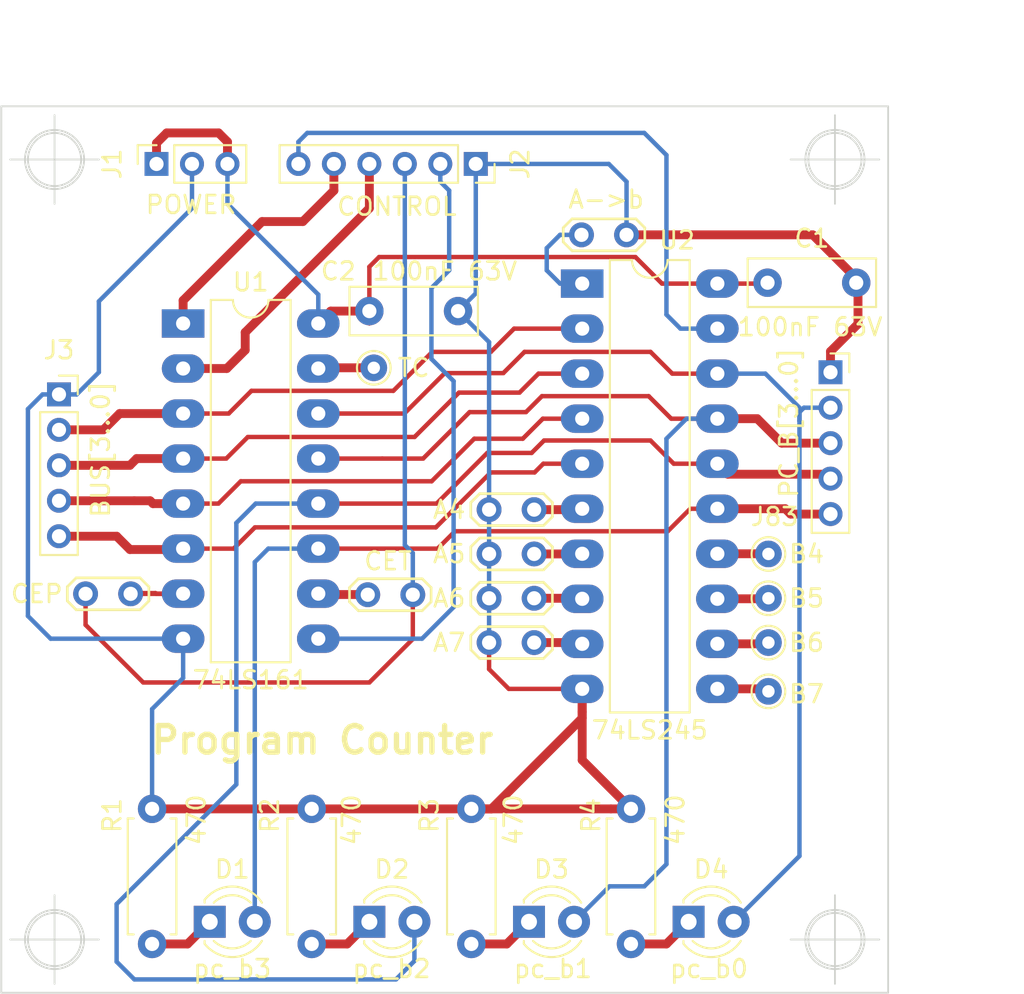
<source format=kicad_pcb>
(kicad_pcb (version 20171130) (host pcbnew 5.1.5+dfsg1-2build2)

  (general
    (thickness 1.6)
    (drawings 15)
    (tracks 239)
    (zones 0)
    (modules 28)
    (nets 32)
  )

  (page A4)
  (title_block
    (title "Program Counter")
    (date 2021-01-26)
    (rev 4)
    (comment 1 "Tec. Henrique Silva")
  )

  (layers
    (0 F.Cu signal)
    (31 B.Cu signal)
    (32 B.Adhes user)
    (33 F.Adhes user)
    (34 B.Paste user)
    (35 F.Paste user)
    (36 B.SilkS user)
    (37 F.SilkS user)
    (38 B.Mask user)
    (39 F.Mask user)
    (40 Dwgs.User user)
    (41 Cmts.User user)
    (42 Eco1.User user)
    (43 Eco2.User user)
    (44 Edge.Cuts user)
    (45 Margin user)
    (46 B.CrtYd user)
    (47 F.CrtYd user)
    (48 B.Fab user)
    (49 F.Fab user)
  )

  (setup
    (last_trace_width 0.25)
    (trace_clearance 0.2)
    (zone_clearance 0.508)
    (zone_45_only no)
    (trace_min 0.2)
    (via_size 0.8)
    (via_drill 0.4)
    (via_min_size 0.4)
    (via_min_drill 0.3)
    (uvia_size 0.3)
    (uvia_drill 0.1)
    (uvias_allowed no)
    (uvia_min_size 0.2)
    (uvia_min_drill 0.1)
    (edge_width 0.1)
    (segment_width 0.2)
    (pcb_text_width 0.3)
    (pcb_text_size 1.5 1.5)
    (mod_edge_width 0.15)
    (mod_text_size 1 1)
    (mod_text_width 0.15)
    (pad_size 1.524 1.524)
    (pad_drill 0.762)
    (pad_to_mask_clearance 0)
    (aux_axis_origin 0 0)
    (visible_elements FFFFFF7F)
    (pcbplotparams
      (layerselection 0x010fc_ffffffff)
      (usegerberextensions false)
      (usegerberattributes false)
      (usegerberadvancedattributes false)
      (creategerberjobfile false)
      (excludeedgelayer true)
      (linewidth 0.100000)
      (plotframeref false)
      (viasonmask false)
      (mode 1)
      (useauxorigin false)
      (hpglpennumber 1)
      (hpglpenspeed 20)
      (hpglpendiameter 15.000000)
      (psnegative false)
      (psa4output false)
      (plotreference true)
      (plotvalue true)
      (plotinvisibletext false)
      (padsonsilk false)
      (subtractmaskfromsilk false)
      (outputformat 1)
      (mirror false)
      (drillshape 1)
      (scaleselection 1)
      (outputdirectory ""))
  )

  (net 0 "")
  (net 1 GND)
  (net 2 +5V)
  (net 3 pc_b3)
  (net 4 "Net-(D1-Pad1)")
  (net 5 pc_b2)
  (net 6 "Net-(D2-Pad1)")
  (net 7 pc_b1)
  (net 8 "Net-(D3-Pad1)")
  (net 9 pc_b0)
  (net 10 "Net-(D4-Pad1)")
  (net 11 \PC_OUT)
  (net 12 \RESET)
  (net 13 CLOCK)
  (net 14 PC_IN)
  (net 15 JMP)
  (net 16 bus3)
  (net 17 bus2)
  (net 18 bus1)
  (net 19 bus0)
  (net 20 "Net-(JP1-Pad2)")
  (net 21 "Net-(JP2-Pad2)")
  (net 22 "Net-(JP3-Pad2)")
  (net 23 "Net-(JP4-Pad2)")
  (net 24 "Net-(JP5-Pad2)")
  (net 25 "Net-(JP6-Pad2)")
  (net 26 "Net-(JP7-Pad2)")
  (net 27 "Net-(TP1-Pad1)")
  (net 28 "Net-(TP2-Pad1)")
  (net 29 "Net-(TP3-Pad1)")
  (net 30 "Net-(TP4-Pad1)")
  (net 31 "Net-(TP5-Pad1)")

  (net_class Default "This is the default net class."
    (clearance 0.2)
    (trace_width 0.25)
    (via_dia 0.8)
    (via_drill 0.4)
    (uvia_dia 0.3)
    (uvia_drill 0.1)
    (add_net +5V)
    (add_net CLOCK)
    (add_net GND)
    (add_net JMP)
    (add_net "Net-(D1-Pad1)")
    (add_net "Net-(D2-Pad1)")
    (add_net "Net-(D3-Pad1)")
    (add_net "Net-(D4-Pad1)")
    (add_net "Net-(JP1-Pad2)")
    (add_net "Net-(JP2-Pad2)")
    (add_net "Net-(JP3-Pad2)")
    (add_net "Net-(JP4-Pad2)")
    (add_net "Net-(JP5-Pad2)")
    (add_net "Net-(JP6-Pad2)")
    (add_net "Net-(JP7-Pad2)")
    (add_net "Net-(TP1-Pad1)")
    (add_net "Net-(TP2-Pad1)")
    (add_net "Net-(TP3-Pad1)")
    (add_net "Net-(TP4-Pad1)")
    (add_net "Net-(TP5-Pad1)")
    (add_net PC_IN)
    (add_net \PC_OUT)
    (add_net \RESET)
    (add_net bus0)
    (add_net bus1)
    (add_net bus2)
    (add_net bus3)
    (add_net pc_b0)
    (add_net pc_b1)
    (add_net pc_b2)
    (add_net pc_b3)
  )

  (module Package_DIP:DIP-20_W7.62mm_LongPads (layer F.Cu) (tedit 5A02E8C5) (tstamp 601091FF)
    (at 160.75 79.75)
    (descr "20-lead though-hole mounted DIP package, row spacing 7.62 mm (300 mils), LongPads")
    (tags "THT DIP DIL PDIP 2.54mm 7.62mm 300mil LongPads")
    (path /5FF6A361)
    (fp_text reference U2 (at 5.35 -2.45) (layer F.SilkS)
      (effects (font (size 1 1) (thickness 0.15)))
    )
    (fp_text value 74LS245 (at 3.81 25.19) (layer F.SilkS)
      (effects (font (size 1 1) (thickness 0.15)))
    )
    (fp_text user %R (at 3.81 11.43) (layer F.Fab)
      (effects (font (size 1 1) (thickness 0.15)))
    )
    (fp_line (start 9.1 -1.55) (end -1.45 -1.55) (layer F.CrtYd) (width 0.05))
    (fp_line (start 9.1 24.4) (end 9.1 -1.55) (layer F.CrtYd) (width 0.05))
    (fp_line (start -1.45 24.4) (end 9.1 24.4) (layer F.CrtYd) (width 0.05))
    (fp_line (start -1.45 -1.55) (end -1.45 24.4) (layer F.CrtYd) (width 0.05))
    (fp_line (start 6.06 -1.33) (end 4.81 -1.33) (layer F.SilkS) (width 0.12))
    (fp_line (start 6.06 24.19) (end 6.06 -1.33) (layer F.SilkS) (width 0.12))
    (fp_line (start 1.56 24.19) (end 6.06 24.19) (layer F.SilkS) (width 0.12))
    (fp_line (start 1.56 -1.33) (end 1.56 24.19) (layer F.SilkS) (width 0.12))
    (fp_line (start 2.81 -1.33) (end 1.56 -1.33) (layer F.SilkS) (width 0.12))
    (fp_line (start 0.635 -0.27) (end 1.635 -1.27) (layer F.Fab) (width 0.1))
    (fp_line (start 0.635 24.13) (end 0.635 -0.27) (layer F.Fab) (width 0.1))
    (fp_line (start 6.985 24.13) (end 0.635 24.13) (layer F.Fab) (width 0.1))
    (fp_line (start 6.985 -1.27) (end 6.985 24.13) (layer F.Fab) (width 0.1))
    (fp_line (start 1.635 -1.27) (end 6.985 -1.27) (layer F.Fab) (width 0.1))
    (fp_arc (start 3.81 -1.33) (end 2.81 -1.33) (angle -180) (layer F.SilkS) (width 0.12))
    (pad 20 thru_hole oval (at 7.62 0) (size 2.4 1.6) (drill 0.8) (layers *.Cu *.Mask)
      (net 2 +5V))
    (pad 10 thru_hole oval (at 0 22.86) (size 2.4 1.6) (drill 0.8) (layers *.Cu *.Mask)
      (net 1 GND))
    (pad 19 thru_hole oval (at 7.62 2.54) (size 2.4 1.6) (drill 0.8) (layers *.Cu *.Mask)
      (net 11 \PC_OUT))
    (pad 9 thru_hole oval (at 0 20.32) (size 2.4 1.6) (drill 0.8) (layers *.Cu *.Mask)
      (net 23 "Net-(JP4-Pad2)"))
    (pad 18 thru_hole oval (at 7.62 5.08) (size 2.4 1.6) (drill 0.8) (layers *.Cu *.Mask)
      (net 9 pc_b0))
    (pad 8 thru_hole oval (at 0 17.78) (size 2.4 1.6) (drill 0.8) (layers *.Cu *.Mask)
      (net 22 "Net-(JP3-Pad2)"))
    (pad 17 thru_hole oval (at 7.62 7.62) (size 2.4 1.6) (drill 0.8) (layers *.Cu *.Mask)
      (net 7 pc_b1))
    (pad 7 thru_hole oval (at 0 15.24) (size 2.4 1.6) (drill 0.8) (layers *.Cu *.Mask)
      (net 21 "Net-(JP2-Pad2)"))
    (pad 16 thru_hole oval (at 7.62 10.16) (size 2.4 1.6) (drill 0.8) (layers *.Cu *.Mask)
      (net 5 pc_b2))
    (pad 6 thru_hole oval (at 0 12.7) (size 2.4 1.6) (drill 0.8) (layers *.Cu *.Mask)
      (net 20 "Net-(JP1-Pad2)"))
    (pad 15 thru_hole oval (at 7.62 12.7) (size 2.4 1.6) (drill 0.8) (layers *.Cu *.Mask)
      (net 3 pc_b3))
    (pad 5 thru_hole oval (at 0 10.16) (size 2.4 1.6) (drill 0.8) (layers *.Cu *.Mask)
      (net 16 bus3))
    (pad 14 thru_hole oval (at 7.62 15.24) (size 2.4 1.6) (drill 0.8) (layers *.Cu *.Mask)
      (net 27 "Net-(TP1-Pad1)"))
    (pad 4 thru_hole oval (at 0 7.62) (size 2.4 1.6) (drill 0.8) (layers *.Cu *.Mask)
      (net 17 bus2))
    (pad 13 thru_hole oval (at 7.62 17.78) (size 2.4 1.6) (drill 0.8) (layers *.Cu *.Mask)
      (net 28 "Net-(TP2-Pad1)"))
    (pad 3 thru_hole oval (at 0 5.08) (size 2.4 1.6) (drill 0.8) (layers *.Cu *.Mask)
      (net 18 bus1))
    (pad 12 thru_hole oval (at 7.62 20.32) (size 2.4 1.6) (drill 0.8) (layers *.Cu *.Mask)
      (net 29 "Net-(TP3-Pad1)"))
    (pad 2 thru_hole oval (at 0 2.54) (size 2.4 1.6) (drill 0.8) (layers *.Cu *.Mask)
      (net 19 bus0))
    (pad 11 thru_hole oval (at 7.62 22.86) (size 2.4 1.6) (drill 0.8) (layers *.Cu *.Mask)
      (net 30 "Net-(TP4-Pad1)"))
    (pad 1 thru_hole rect (at 0 0) (size 2.4 1.6) (drill 0.8) (layers *.Cu *.Mask)
      (net 24 "Net-(JP5-Pad2)"))
    (model ${KISYS3DMOD}/Package_DIP.3dshapes/DIP-20_W7.62mm.wrl
      (at (xyz 0 0 0))
      (scale (xyz 1 1 1))
      (rotate (xyz 0 0 0))
    )
  )

  (module Package_DIP:DIP-16_W7.62mm_LongPads (layer F.Cu) (tedit 5A02E8C5) (tstamp 60108D16)
    (at 138.25 82)
    (descr "16-lead though-hole mounted DIP package, row spacing 7.62 mm (300 mils), LongPads")
    (tags "THT DIP DIL PDIP 2.54mm 7.62mm 300mil LongPads")
    (path /5FF6A001)
    (fp_text reference U1 (at 3.81 -2.33) (layer F.SilkS)
      (effects (font (size 1 1) (thickness 0.15)))
    )
    (fp_text value 74LS161 (at 3.81 20.11) (layer F.SilkS)
      (effects (font (size 1 1) (thickness 0.15)))
    )
    (fp_text user %R (at 3.81 8.89) (layer F.Fab)
      (effects (font (size 1 1) (thickness 0.15)))
    )
    (fp_line (start 9.1 -1.55) (end -1.45 -1.55) (layer F.CrtYd) (width 0.05))
    (fp_line (start 9.1 19.3) (end 9.1 -1.55) (layer F.CrtYd) (width 0.05))
    (fp_line (start -1.45 19.3) (end 9.1 19.3) (layer F.CrtYd) (width 0.05))
    (fp_line (start -1.45 -1.55) (end -1.45 19.3) (layer F.CrtYd) (width 0.05))
    (fp_line (start 6.06 -1.33) (end 4.81 -1.33) (layer F.SilkS) (width 0.12))
    (fp_line (start 6.06 19.11) (end 6.06 -1.33) (layer F.SilkS) (width 0.12))
    (fp_line (start 1.56 19.11) (end 6.06 19.11) (layer F.SilkS) (width 0.12))
    (fp_line (start 1.56 -1.33) (end 1.56 19.11) (layer F.SilkS) (width 0.12))
    (fp_line (start 2.81 -1.33) (end 1.56 -1.33) (layer F.SilkS) (width 0.12))
    (fp_line (start 0.635 -0.27) (end 1.635 -1.27) (layer F.Fab) (width 0.1))
    (fp_line (start 0.635 19.05) (end 0.635 -0.27) (layer F.Fab) (width 0.1))
    (fp_line (start 6.985 19.05) (end 0.635 19.05) (layer F.Fab) (width 0.1))
    (fp_line (start 6.985 -1.27) (end 6.985 19.05) (layer F.Fab) (width 0.1))
    (fp_line (start 1.635 -1.27) (end 6.985 -1.27) (layer F.Fab) (width 0.1))
    (fp_arc (start 3.81 -1.33) (end 2.81 -1.33) (angle -180) (layer F.SilkS) (width 0.12))
    (pad 16 thru_hole oval (at 7.62 0) (size 2.4 1.6) (drill 0.8) (layers *.Cu *.Mask)
      (net 2 +5V))
    (pad 8 thru_hole oval (at 0 17.78) (size 2.4 1.6) (drill 0.8) (layers *.Cu *.Mask)
      (net 1 GND))
    (pad 15 thru_hole oval (at 7.62 2.54) (size 2.4 1.6) (drill 0.8) (layers *.Cu *.Mask)
      (net 31 "Net-(TP5-Pad1)"))
    (pad 7 thru_hole oval (at 0 15.24) (size 2.4 1.6) (drill 0.8) (layers *.Cu *.Mask)
      (net 26 "Net-(JP7-Pad2)"))
    (pad 14 thru_hole oval (at 7.62 5.08) (size 2.4 1.6) (drill 0.8) (layers *.Cu *.Mask)
      (net 9 pc_b0))
    (pad 6 thru_hole oval (at 0 12.7) (size 2.4 1.6) (drill 0.8) (layers *.Cu *.Mask)
      (net 16 bus3))
    (pad 13 thru_hole oval (at 7.62 7.62) (size 2.4 1.6) (drill 0.8) (layers *.Cu *.Mask)
      (net 7 pc_b1))
    (pad 5 thru_hole oval (at 0 10.16) (size 2.4 1.6) (drill 0.8) (layers *.Cu *.Mask)
      (net 17 bus2))
    (pad 12 thru_hole oval (at 7.62 10.16) (size 2.4 1.6) (drill 0.8) (layers *.Cu *.Mask)
      (net 5 pc_b2))
    (pad 4 thru_hole oval (at 0 7.62) (size 2.4 1.6) (drill 0.8) (layers *.Cu *.Mask)
      (net 18 bus1))
    (pad 11 thru_hole oval (at 7.62 12.7) (size 2.4 1.6) (drill 0.8) (layers *.Cu *.Mask)
      (net 3 pc_b3))
    (pad 3 thru_hole oval (at 0 5.08) (size 2.4 1.6) (drill 0.8) (layers *.Cu *.Mask)
      (net 19 bus0))
    (pad 10 thru_hole oval (at 7.62 15.24) (size 2.4 1.6) (drill 0.8) (layers *.Cu *.Mask)
      (net 25 "Net-(JP6-Pad2)"))
    (pad 2 thru_hole oval (at 0 2.54) (size 2.4 1.6) (drill 0.8) (layers *.Cu *.Mask)
      (net 13 CLOCK))
    (pad 9 thru_hole oval (at 7.62 17.78) (size 2.4 1.6) (drill 0.8) (layers *.Cu *.Mask)
      (net 15 JMP))
    (pad 1 thru_hole rect (at 0 0) (size 2.4 1.6) (drill 0.8) (layers *.Cu *.Mask)
      (net 12 \RESET))
    (model ${KISYS3DMOD}/Package_DIP.3dshapes/DIP-16_W7.62mm.wrl
      (at (xyz 0 0 0))
      (scale (xyz 1 1 1))
      (rotate (xyz 0 0 0))
    )
  )

  (module TestPoint:TestPoint_THTPad_D1.5mm_Drill0.7mm (layer F.Cu) (tedit 5A0F774F) (tstamp 6010A1F6)
    (at 149 84.5)
    (descr "THT pad as test Point, diameter 1.5mm, hole diameter 0.7mm")
    (tags "test point THT pad")
    (path /6463CBCD)
    (attr virtual)
    (fp_text reference TP5 (at 5.2 0) (layer F.Fab)
      (effects (font (size 1 1) (thickness 0.15)))
    )
    (fp_text value TC (at 2.25 0) (layer F.SilkS)
      (effects (font (size 1 1) (thickness 0.15)))
    )
    (fp_circle (center 0 0) (end 0 0.95) (layer F.SilkS) (width 0.12))
    (fp_circle (center 0 0) (end 1.25 0) (layer F.CrtYd) (width 0.05))
    (fp_text user %R (at 5.2 0) (layer F.Fab)
      (effects (font (size 1 1) (thickness 0.15)))
    )
    (pad 1 thru_hole circle (at 0 0) (size 1.5 1.5) (drill 0.7) (layers *.Cu *.Mask)
      (net 31 "Net-(TP5-Pad1)"))
  )

  (module TestPoint:TestPoint_THTPad_D1.5mm_Drill0.7mm (layer F.Cu) (tedit 5A0F774F) (tstamp 60108CEA)
    (at 171.25 102.75 90)
    (descr "THT pad as test Point, diameter 1.5mm, hole diameter 0.7mm")
    (tags "test point THT pad")
    (path /6460A26E)
    (attr virtual)
    (fp_text reference TP4 (at -0.05 4.65 180) (layer F.Fab)
      (effects (font (size 1 1) (thickness 0.15)))
    )
    (fp_text value B7 (at -0.15 2.15 180) (layer F.SilkS)
      (effects (font (size 1 1) (thickness 0.15)))
    )
    (fp_circle (center 0 0) (end 0 0.95) (layer F.SilkS) (width 0.12))
    (fp_circle (center 0 0) (end 1.25 0) (layer F.CrtYd) (width 0.05))
    (fp_text user %R (at -0.05 4.65 180) (layer F.Fab)
      (effects (font (size 1 1) (thickness 0.15)))
    )
    (pad 1 thru_hole circle (at 0 0 90) (size 1.5 1.5) (drill 0.7) (layers *.Cu *.Mask)
      (net 30 "Net-(TP4-Pad1)"))
  )

  (module TestPoint:TestPoint_THTPad_D1.5mm_Drill0.7mm (layer F.Cu) (tedit 5A0F774F) (tstamp 60108CE2)
    (at 171.25 100 90)
    (descr "THT pad as test Point, diameter 1.5mm, hole diameter 0.7mm")
    (tags "test point THT pad")
    (path /6460A268)
    (attr virtual)
    (fp_text reference TP3 (at -0.1 4.65) (layer F.Fab)
      (effects (font (size 1 1) (thickness 0.15)))
    )
    (fp_text value B6 (at 0 2.15 180) (layer F.SilkS)
      (effects (font (size 1 1) (thickness 0.15)))
    )
    (fp_circle (center 0 0) (end 0 0.95) (layer F.SilkS) (width 0.12))
    (fp_circle (center 0 0) (end 1.25 0) (layer F.CrtYd) (width 0.05))
    (fp_text user %R (at -0.1 4.65 180) (layer F.Fab)
      (effects (font (size 1 1) (thickness 0.15)))
    )
    (pad 1 thru_hole circle (at 0 0 90) (size 1.5 1.5) (drill 0.7) (layers *.Cu *.Mask)
      (net 29 "Net-(TP3-Pad1)"))
  )

  (module TestPoint:TestPoint_THTPad_D1.5mm_Drill0.7mm (layer F.Cu) (tedit 5A0F774F) (tstamp 60108CDA)
    (at 171.25 97.5 90)
    (descr "THT pad as test Point, diameter 1.5mm, hole diameter 0.7mm")
    (tags "test point THT pad")
    (path /64608A56)
    (attr virtual)
    (fp_text reference TP2 (at 0 4.65 180) (layer F.Fab)
      (effects (font (size 1 1) (thickness 0.15)))
    )
    (fp_text value B5 (at 0 2.15 180) (layer F.SilkS)
      (effects (font (size 1 1) (thickness 0.15)))
    )
    (fp_circle (center 0 0) (end 0 0.95) (layer F.SilkS) (width 0.12))
    (fp_circle (center 0 0) (end 1.25 0) (layer F.CrtYd) (width 0.05))
    (fp_text user %R (at 0 4.65 180) (layer F.Fab)
      (effects (font (size 1 1) (thickness 0.15)))
    )
    (pad 1 thru_hole circle (at 0 0 90) (size 1.5 1.5) (drill 0.7) (layers *.Cu *.Mask)
      (net 28 "Net-(TP2-Pad1)"))
  )

  (module TestPoint:TestPoint_THTPad_D1.5mm_Drill0.7mm (layer F.Cu) (tedit 5A0F774F) (tstamp 60108CD2)
    (at 171.25 95)
    (descr "THT pad as test Point, diameter 1.5mm, hole diameter 0.7mm")
    (tags "test point THT pad")
    (path /646057F6)
    (attr virtual)
    (fp_text reference TP1 (at 4.65 0.3) (layer F.Fab)
      (effects (font (size 1 1) (thickness 0.15)))
    )
    (fp_text value B4 (at 2.15 0) (layer F.SilkS)
      (effects (font (size 1 1) (thickness 0.15)))
    )
    (fp_circle (center 0 0) (end 0 0.95) (layer F.SilkS) (width 0.12))
    (fp_circle (center 0 0) (end 1.25 0) (layer F.CrtYd) (width 0.05))
    (fp_text user %R (at 4.65 0.3) (layer F.Fab)
      (effects (font (size 1 1) (thickness 0.15)))
    )
    (pad 1 thru_hole circle (at 0 0) (size 1.5 1.5) (drill 0.7) (layers *.Cu *.Mask)
      (net 27 "Net-(TP1-Pad1)"))
  )

  (module Resistor_THT:R_Axial_DIN0207_L6.3mm_D2.5mm_P7.62mm_Horizontal (layer F.Cu) (tedit 5AE5139B) (tstamp 60108CCA)
    (at 163.5 117 90)
    (descr "Resistor, Axial_DIN0207 series, Axial, Horizontal, pin pitch=7.62mm, 0.25W = 1/4W, length*diameter=6.3*2.5mm^2, http://cdn-reichelt.de/documents/datenblatt/B400/1_4W%23YAG.pdf")
    (tags "Resistor Axial_DIN0207 series Axial Horizontal pin pitch 7.62mm 0.25W = 1/4W length 6.3mm diameter 2.5mm")
    (path /5FF7E772)
    (fp_text reference R4 (at 7.25 -2.25 90) (layer F.SilkS)
      (effects (font (size 1 1) (thickness 0.15)))
    )
    (fp_text value 470 (at 7 2.5 90) (layer F.SilkS)
      (effects (font (size 1 1) (thickness 0.15)))
    )
    (fp_text user %R (at 3.81 0 90) (layer F.Fab)
      (effects (font (size 1 1) (thickness 0.15)))
    )
    (fp_line (start 8.67 -1.5) (end -1.05 -1.5) (layer F.CrtYd) (width 0.05))
    (fp_line (start 8.67 1.5) (end 8.67 -1.5) (layer F.CrtYd) (width 0.05))
    (fp_line (start -1.05 1.5) (end 8.67 1.5) (layer F.CrtYd) (width 0.05))
    (fp_line (start -1.05 -1.5) (end -1.05 1.5) (layer F.CrtYd) (width 0.05))
    (fp_line (start 7.08 1.37) (end 7.08 1.04) (layer F.SilkS) (width 0.12))
    (fp_line (start 0.54 1.37) (end 7.08 1.37) (layer F.SilkS) (width 0.12))
    (fp_line (start 0.54 1.04) (end 0.54 1.37) (layer F.SilkS) (width 0.12))
    (fp_line (start 7.08 -1.37) (end 7.08 -1.04) (layer F.SilkS) (width 0.12))
    (fp_line (start 0.54 -1.37) (end 7.08 -1.37) (layer F.SilkS) (width 0.12))
    (fp_line (start 0.54 -1.04) (end 0.54 -1.37) (layer F.SilkS) (width 0.12))
    (fp_line (start 7.62 0) (end 6.96 0) (layer F.Fab) (width 0.1))
    (fp_line (start 0 0) (end 0.66 0) (layer F.Fab) (width 0.1))
    (fp_line (start 6.96 -1.25) (end 0.66 -1.25) (layer F.Fab) (width 0.1))
    (fp_line (start 6.96 1.25) (end 6.96 -1.25) (layer F.Fab) (width 0.1))
    (fp_line (start 0.66 1.25) (end 6.96 1.25) (layer F.Fab) (width 0.1))
    (fp_line (start 0.66 -1.25) (end 0.66 1.25) (layer F.Fab) (width 0.1))
    (pad 2 thru_hole oval (at 7.62 0 90) (size 1.6 1.6) (drill 0.8) (layers *.Cu *.Mask)
      (net 1 GND))
    (pad 1 thru_hole circle (at 0 0 90) (size 1.6 1.6) (drill 0.8) (layers *.Cu *.Mask)
      (net 10 "Net-(D4-Pad1)"))
    (model ${KISYS3DMOD}/Resistor_THT.3dshapes/R_Axial_DIN0207_L6.3mm_D2.5mm_P7.62mm_Horizontal.wrl
      (at (xyz 0 0 0))
      (scale (xyz 1 1 1))
      (rotate (xyz 0 0 0))
    )
  )

  (module Resistor_THT:R_Axial_DIN0207_L6.3mm_D2.5mm_P7.62mm_Horizontal (layer F.Cu) (tedit 5AE5139B) (tstamp 60108CB3)
    (at 154.5 117 90)
    (descr "Resistor, Axial_DIN0207 series, Axial, Horizontal, pin pitch=7.62mm, 0.25W = 1/4W, length*diameter=6.3*2.5mm^2, http://cdn-reichelt.de/documents/datenblatt/B400/1_4W%23YAG.pdf")
    (tags "Resistor Axial_DIN0207 series Axial Horizontal pin pitch 7.62mm 0.25W = 1/4W length 6.3mm diameter 2.5mm")
    (path /60052A93)
    (fp_text reference R3 (at 7.25 -2.37 90) (layer F.SilkS)
      (effects (font (size 1 1) (thickness 0.15)))
    )
    (fp_text value 470 (at 7 2.37 90) (layer F.SilkS)
      (effects (font (size 1 1) (thickness 0.15)))
    )
    (fp_text user %R (at 3.81 0 90) (layer F.Fab)
      (effects (font (size 1 1) (thickness 0.15)))
    )
    (fp_line (start 8.67 -1.5) (end -1.05 -1.5) (layer F.CrtYd) (width 0.05))
    (fp_line (start 8.67 1.5) (end 8.67 -1.5) (layer F.CrtYd) (width 0.05))
    (fp_line (start -1.05 1.5) (end 8.67 1.5) (layer F.CrtYd) (width 0.05))
    (fp_line (start -1.05 -1.5) (end -1.05 1.5) (layer F.CrtYd) (width 0.05))
    (fp_line (start 7.08 1.37) (end 7.08 1.04) (layer F.SilkS) (width 0.12))
    (fp_line (start 0.54 1.37) (end 7.08 1.37) (layer F.SilkS) (width 0.12))
    (fp_line (start 0.54 1.04) (end 0.54 1.37) (layer F.SilkS) (width 0.12))
    (fp_line (start 7.08 -1.37) (end 7.08 -1.04) (layer F.SilkS) (width 0.12))
    (fp_line (start 0.54 -1.37) (end 7.08 -1.37) (layer F.SilkS) (width 0.12))
    (fp_line (start 0.54 -1.04) (end 0.54 -1.37) (layer F.SilkS) (width 0.12))
    (fp_line (start 7.62 0) (end 6.96 0) (layer F.Fab) (width 0.1))
    (fp_line (start 0 0) (end 0.66 0) (layer F.Fab) (width 0.1))
    (fp_line (start 6.96 -1.25) (end 0.66 -1.25) (layer F.Fab) (width 0.1))
    (fp_line (start 6.96 1.25) (end 6.96 -1.25) (layer F.Fab) (width 0.1))
    (fp_line (start 0.66 1.25) (end 6.96 1.25) (layer F.Fab) (width 0.1))
    (fp_line (start 0.66 -1.25) (end 0.66 1.25) (layer F.Fab) (width 0.1))
    (pad 2 thru_hole oval (at 7.62 0 90) (size 1.6 1.6) (drill 0.8) (layers *.Cu *.Mask)
      (net 1 GND))
    (pad 1 thru_hole circle (at 0 0 90) (size 1.6 1.6) (drill 0.8) (layers *.Cu *.Mask)
      (net 8 "Net-(D3-Pad1)"))
    (model ${KISYS3DMOD}/Resistor_THT.3dshapes/R_Axial_DIN0207_L6.3mm_D2.5mm_P7.62mm_Horizontal.wrl
      (at (xyz 0 0 0))
      (scale (xyz 1 1 1))
      (rotate (xyz 0 0 0))
    )
  )

  (module Resistor_THT:R_Axial_DIN0207_L6.3mm_D2.5mm_P7.62mm_Horizontal (layer F.Cu) (tedit 5AE5139B) (tstamp 60108C9C)
    (at 145.5 117 90)
    (descr "Resistor, Axial_DIN0207 series, Axial, Horizontal, pin pitch=7.62mm, 0.25W = 1/4W, length*diameter=6.3*2.5mm^2, http://cdn-reichelt.de/documents/datenblatt/B400/1_4W%23YAG.pdf")
    (tags "Resistor Axial_DIN0207 series Axial Horizontal pin pitch 7.62mm 0.25W = 1/4W length 6.3mm diameter 2.5mm")
    (path /60052D1B)
    (fp_text reference R2 (at 7.25 -2.37 90) (layer F.SilkS)
      (effects (font (size 1 1) (thickness 0.15)))
    )
    (fp_text value 470 (at 7 2.25 90) (layer F.SilkS)
      (effects (font (size 1 1) (thickness 0.15)))
    )
    (fp_text user %R (at 3.81 0 90) (layer F.Fab)
      (effects (font (size 1 1) (thickness 0.15)))
    )
    (fp_line (start 8.67 -1.5) (end -1.05 -1.5) (layer F.CrtYd) (width 0.05))
    (fp_line (start 8.67 1.5) (end 8.67 -1.5) (layer F.CrtYd) (width 0.05))
    (fp_line (start -1.05 1.5) (end 8.67 1.5) (layer F.CrtYd) (width 0.05))
    (fp_line (start -1.05 -1.5) (end -1.05 1.5) (layer F.CrtYd) (width 0.05))
    (fp_line (start 7.08 1.37) (end 7.08 1.04) (layer F.SilkS) (width 0.12))
    (fp_line (start 0.54 1.37) (end 7.08 1.37) (layer F.SilkS) (width 0.12))
    (fp_line (start 0.54 1.04) (end 0.54 1.37) (layer F.SilkS) (width 0.12))
    (fp_line (start 7.08 -1.37) (end 7.08 -1.04) (layer F.SilkS) (width 0.12))
    (fp_line (start 0.54 -1.37) (end 7.08 -1.37) (layer F.SilkS) (width 0.12))
    (fp_line (start 0.54 -1.04) (end 0.54 -1.37) (layer F.SilkS) (width 0.12))
    (fp_line (start 7.62 0) (end 6.96 0) (layer F.Fab) (width 0.1))
    (fp_line (start 0 0) (end 0.66 0) (layer F.Fab) (width 0.1))
    (fp_line (start 6.96 -1.25) (end 0.66 -1.25) (layer F.Fab) (width 0.1))
    (fp_line (start 6.96 1.25) (end 6.96 -1.25) (layer F.Fab) (width 0.1))
    (fp_line (start 0.66 1.25) (end 6.96 1.25) (layer F.Fab) (width 0.1))
    (fp_line (start 0.66 -1.25) (end 0.66 1.25) (layer F.Fab) (width 0.1))
    (pad 2 thru_hole oval (at 7.62 0 90) (size 1.6 1.6) (drill 0.8) (layers *.Cu *.Mask)
      (net 1 GND))
    (pad 1 thru_hole circle (at 0 0 90) (size 1.6 1.6) (drill 0.8) (layers *.Cu *.Mask)
      (net 6 "Net-(D2-Pad1)"))
    (model ${KISYS3DMOD}/Resistor_THT.3dshapes/R_Axial_DIN0207_L6.3mm_D2.5mm_P7.62mm_Horizontal.wrl
      (at (xyz 0 0 0))
      (scale (xyz 1 1 1))
      (rotate (xyz 0 0 0))
    )
  )

  (module Resistor_THT:R_Axial_DIN0207_L6.3mm_D2.5mm_P7.62mm_Horizontal (layer F.Cu) (tedit 5AE5139B) (tstamp 60108C85)
    (at 136.5 117 90)
    (descr "Resistor, Axial_DIN0207 series, Axial, Horizontal, pin pitch=7.62mm, 0.25W = 1/4W, length*diameter=6.3*2.5mm^2, http://cdn-reichelt.de/documents/datenblatt/B400/1_4W%23YAG.pdf")
    (tags "Resistor Axial_DIN0207 series Axial Horizontal pin pitch 7.62mm 0.25W = 1/4W length 6.3mm diameter 2.5mm")
    (path /60052FC4)
    (fp_text reference R1 (at 7.25 -2.25 90) (layer F.SilkS)
      (effects (font (size 1 1) (thickness 0.15)))
    )
    (fp_text value 470 (at 7 2.5 90) (layer F.SilkS)
      (effects (font (size 1 1) (thickness 0.15)))
    )
    (fp_text user %R (at 3.81 0 90) (layer F.Fab)
      (effects (font (size 1 1) (thickness 0.15)))
    )
    (fp_line (start 8.67 -1.5) (end -1.05 -1.5) (layer F.CrtYd) (width 0.05))
    (fp_line (start 8.67 1.5) (end 8.67 -1.5) (layer F.CrtYd) (width 0.05))
    (fp_line (start -1.05 1.5) (end 8.67 1.5) (layer F.CrtYd) (width 0.05))
    (fp_line (start -1.05 -1.5) (end -1.05 1.5) (layer F.CrtYd) (width 0.05))
    (fp_line (start 7.08 1.37) (end 7.08 1.04) (layer F.SilkS) (width 0.12))
    (fp_line (start 0.54 1.37) (end 7.08 1.37) (layer F.SilkS) (width 0.12))
    (fp_line (start 0.54 1.04) (end 0.54 1.37) (layer F.SilkS) (width 0.12))
    (fp_line (start 7.08 -1.37) (end 7.08 -1.04) (layer F.SilkS) (width 0.12))
    (fp_line (start 0.54 -1.37) (end 7.08 -1.37) (layer F.SilkS) (width 0.12))
    (fp_line (start 0.54 -1.04) (end 0.54 -1.37) (layer F.SilkS) (width 0.12))
    (fp_line (start 7.62 0) (end 6.96 0) (layer F.Fab) (width 0.1))
    (fp_line (start 0 0) (end 0.66 0) (layer F.Fab) (width 0.1))
    (fp_line (start 6.96 -1.25) (end 0.66 -1.25) (layer F.Fab) (width 0.1))
    (fp_line (start 6.96 1.25) (end 6.96 -1.25) (layer F.Fab) (width 0.1))
    (fp_line (start 0.66 1.25) (end 6.96 1.25) (layer F.Fab) (width 0.1))
    (fp_line (start 0.66 -1.25) (end 0.66 1.25) (layer F.Fab) (width 0.1))
    (pad 2 thru_hole oval (at 7.62 0 90) (size 1.6 1.6) (drill 0.8) (layers *.Cu *.Mask)
      (net 1 GND))
    (pad 1 thru_hole circle (at 0 0 90) (size 1.6 1.6) (drill 0.8) (layers *.Cu *.Mask)
      (net 4 "Net-(D1-Pad1)"))
    (model ${KISYS3DMOD}/Resistor_THT.3dshapes/R_Axial_DIN0207_L6.3mm_D2.5mm_P7.62mm_Horizontal.wrl
      (at (xyz 0 0 0))
      (scale (xyz 1 1 1))
      (rotate (xyz 0 0 0))
    )
  )

  (module TestPoint:TestPoint_2Pads_Pitch2.54mm_Drill0.8mm (layer F.Cu) (tedit 5A0F774F) (tstamp 60108C6E)
    (at 132.75 97.25)
    (descr "Test point with 2 pins, pitch 2.54mm, drill diameter 0.8mm")
    (tags "CONN DEV")
    (path /64AA17E5)
    (attr virtual)
    (fp_text reference JP7 (at 1.3 1.95) (layer F.Fab)
      (effects (font (size 1 1) (thickness 0.15)))
    )
    (fp_text value CEP (at -2.75 0) (layer F.SilkS)
      (effects (font (size 1 1) (thickness 0.15)))
    )
    (fp_line (start -1.03 -0.4) (end -0.53 -0.9) (layer F.SilkS) (width 0.15))
    (fp_line (start -1.03 0.4) (end -1.03 -0.4) (layer F.SilkS) (width 0.15))
    (fp_line (start -0.53 0.9) (end -1.03 0.4) (layer F.SilkS) (width 0.15))
    (fp_line (start 3.07 0.9) (end -0.53 0.9) (layer F.SilkS) (width 0.15))
    (fp_line (start 3.57 0.4) (end 3.07 0.9) (layer F.SilkS) (width 0.15))
    (fp_line (start 3.57 -0.4) (end 3.57 0.4) (layer F.SilkS) (width 0.15))
    (fp_line (start 3.07 -0.9) (end 3.57 -0.4) (layer F.SilkS) (width 0.15))
    (fp_line (start -0.53 -0.9) (end 3.07 -0.9) (layer F.SilkS) (width 0.15))
    (fp_line (start -1.3 0.5) (end -0.65 1.15) (layer F.CrtYd) (width 0.05))
    (fp_line (start -1.3 -0.5) (end -1.3 0.5) (layer F.CrtYd) (width 0.05))
    (fp_line (start -0.65 -1.15) (end -1.3 -0.5) (layer F.CrtYd) (width 0.05))
    (fp_line (start 3.15 -1.15) (end -0.65 -1.15) (layer F.CrtYd) (width 0.05))
    (fp_line (start 3.8 -0.5) (end 3.15 -1.15) (layer F.CrtYd) (width 0.05))
    (fp_line (start 3.8 0.5) (end 3.8 -0.5) (layer F.CrtYd) (width 0.05))
    (fp_line (start 3.15 1.15) (end 3.8 0.5) (layer F.CrtYd) (width 0.05))
    (fp_line (start -0.65 1.15) (end 3.15 1.15) (layer F.CrtYd) (width 0.05))
    (fp_text user %R (at 1.3 -2) (layer F.Fab)
      (effects (font (size 1 1) (thickness 0.15)))
    )
    (pad 2 thru_hole circle (at 2.54 0) (size 1.4 1.4) (drill 0.8) (layers *.Cu *.Mask)
      (net 26 "Net-(JP7-Pad2)"))
    (pad 1 thru_hole circle (at 0 0) (size 1.4 1.4) (drill 0.8) (layers *.Cu *.Mask)
      (net 14 PC_IN))
  )

  (module TestPoint:TestPoint_2Pads_Pitch2.54mm_Drill0.8mm (layer F.Cu) (tedit 5A0F774F) (tstamp 60108C57)
    (at 151.2 97.3 180)
    (descr "Test point with 2 pins, pitch 2.54mm, drill diameter 0.8mm")
    (tags "CONN DEV")
    (path /64AA1DD4)
    (attr virtual)
    (fp_text reference JP6 (at 1.3 -2) (layer F.Fab)
      (effects (font (size 1 1) (thickness 0.15)))
    )
    (fp_text value CET (at 1.4 1.9 180) (layer F.SilkS)
      (effects (font (size 1 1) (thickness 0.15)))
    )
    (fp_line (start -1.03 -0.4) (end -0.53 -0.9) (layer F.SilkS) (width 0.15))
    (fp_line (start -1.03 0.4) (end -1.03 -0.4) (layer F.SilkS) (width 0.15))
    (fp_line (start -0.53 0.9) (end -1.03 0.4) (layer F.SilkS) (width 0.15))
    (fp_line (start 3.07 0.9) (end -0.53 0.9) (layer F.SilkS) (width 0.15))
    (fp_line (start 3.57 0.4) (end 3.07 0.9) (layer F.SilkS) (width 0.15))
    (fp_line (start 3.57 -0.4) (end 3.57 0.4) (layer F.SilkS) (width 0.15))
    (fp_line (start 3.07 -0.9) (end 3.57 -0.4) (layer F.SilkS) (width 0.15))
    (fp_line (start -0.53 -0.9) (end 3.07 -0.9) (layer F.SilkS) (width 0.15))
    (fp_line (start -1.3 0.5) (end -0.65 1.15) (layer F.CrtYd) (width 0.05))
    (fp_line (start -1.3 -0.5) (end -1.3 0.5) (layer F.CrtYd) (width 0.05))
    (fp_line (start -0.65 -1.15) (end -1.3 -0.5) (layer F.CrtYd) (width 0.05))
    (fp_line (start 3.15 -1.15) (end -0.65 -1.15) (layer F.CrtYd) (width 0.05))
    (fp_line (start 3.8 -0.5) (end 3.15 -1.15) (layer F.CrtYd) (width 0.05))
    (fp_line (start 3.8 0.5) (end 3.8 -0.5) (layer F.CrtYd) (width 0.05))
    (fp_line (start 3.15 1.15) (end 3.8 0.5) (layer F.CrtYd) (width 0.05))
    (fp_line (start -0.65 1.15) (end 3.15 1.15) (layer F.CrtYd) (width 0.05))
    (fp_text user %R (at 1.3 -2) (layer F.Fab)
      (effects (font (size 1 1) (thickness 0.15)))
    )
    (pad 2 thru_hole circle (at 2.54 0 180) (size 1.4 1.4) (drill 0.8) (layers *.Cu *.Mask)
      (net 25 "Net-(JP6-Pad2)"))
    (pad 1 thru_hole circle (at 0 0 180) (size 1.4 1.4) (drill 0.8) (layers *.Cu *.Mask)
      (net 14 PC_IN))
  )

  (module TestPoint:TestPoint_2Pads_Pitch2.54mm_Drill0.8mm (layer F.Cu) (tedit 5A0F774F) (tstamp 60108C40)
    (at 163.25 77 180)
    (descr "Test point with 2 pins, pitch 2.54mm, drill diameter 0.8mm")
    (tags "CONN DEV")
    (path /646120B2)
    (attr virtual)
    (fp_text reference JP5 (at 1.35 3.2) (layer F.Fab)
      (effects (font (size 1 1) (thickness 0.15)))
    )
    (fp_text value A->b (at 1.15 2) (layer F.SilkS)
      (effects (font (size 1 1) (thickness 0.15)))
    )
    (fp_line (start -1.03 -0.4) (end -0.53 -0.9) (layer F.SilkS) (width 0.15))
    (fp_line (start -1.03 0.4) (end -1.03 -0.4) (layer F.SilkS) (width 0.15))
    (fp_line (start -0.53 0.9) (end -1.03 0.4) (layer F.SilkS) (width 0.15))
    (fp_line (start 3.07 0.9) (end -0.53 0.9) (layer F.SilkS) (width 0.15))
    (fp_line (start 3.57 0.4) (end 3.07 0.9) (layer F.SilkS) (width 0.15))
    (fp_line (start 3.57 -0.4) (end 3.57 0.4) (layer F.SilkS) (width 0.15))
    (fp_line (start 3.07 -0.9) (end 3.57 -0.4) (layer F.SilkS) (width 0.15))
    (fp_line (start -0.53 -0.9) (end 3.07 -0.9) (layer F.SilkS) (width 0.15))
    (fp_line (start -1.3 0.5) (end -0.65 1.15) (layer F.CrtYd) (width 0.05))
    (fp_line (start -1.3 -0.5) (end -1.3 0.5) (layer F.CrtYd) (width 0.05))
    (fp_line (start -0.65 -1.15) (end -1.3 -0.5) (layer F.CrtYd) (width 0.05))
    (fp_line (start 3.15 -1.15) (end -0.65 -1.15) (layer F.CrtYd) (width 0.05))
    (fp_line (start 3.8 -0.5) (end 3.15 -1.15) (layer F.CrtYd) (width 0.05))
    (fp_line (start 3.8 0.5) (end 3.8 -0.5) (layer F.CrtYd) (width 0.05))
    (fp_line (start 3.15 1.15) (end 3.8 0.5) (layer F.CrtYd) (width 0.05))
    (fp_line (start -0.65 1.15) (end 3.15 1.15) (layer F.CrtYd) (width 0.05))
    (fp_text user %R (at 1.35 3.2) (layer F.Fab)
      (effects (font (size 1 1) (thickness 0.15)))
    )
    (pad 2 thru_hole circle (at 2.54 0 180) (size 1.4 1.4) (drill 0.8) (layers *.Cu *.Mask)
      (net 24 "Net-(JP5-Pad2)"))
    (pad 1 thru_hole circle (at 0 0 180) (size 1.4 1.4) (drill 0.8) (layers *.Cu *.Mask)
      (net 1 GND))
  )

  (module TestPoint:TestPoint_2Pads_Pitch2.54mm_Drill0.8mm (layer F.Cu) (tedit 5A0F774F) (tstamp 60108C29)
    (at 155.5 100)
    (descr "Test point with 2 pins, pitch 2.54mm, drill diameter 0.8mm")
    (tags "CONN DEV")
    (path /646294BD)
    (attr virtual)
    (fp_text reference JP4 (at 1.3 2) (layer F.Fab)
      (effects (font (size 1 1) (thickness 0.15)))
    )
    (fp_text value A7 (at -2.25 0) (layer F.SilkS)
      (effects (font (size 1 1) (thickness 0.15)))
    )
    (fp_line (start -1.03 -0.4) (end -0.53 -0.9) (layer F.SilkS) (width 0.15))
    (fp_line (start -1.03 0.4) (end -1.03 -0.4) (layer F.SilkS) (width 0.15))
    (fp_line (start -0.53 0.9) (end -1.03 0.4) (layer F.SilkS) (width 0.15))
    (fp_line (start 3.07 0.9) (end -0.53 0.9) (layer F.SilkS) (width 0.15))
    (fp_line (start 3.57 0.4) (end 3.07 0.9) (layer F.SilkS) (width 0.15))
    (fp_line (start 3.57 -0.4) (end 3.57 0.4) (layer F.SilkS) (width 0.15))
    (fp_line (start 3.07 -0.9) (end 3.57 -0.4) (layer F.SilkS) (width 0.15))
    (fp_line (start -0.53 -0.9) (end 3.07 -0.9) (layer F.SilkS) (width 0.15))
    (fp_line (start -1.3 0.5) (end -0.65 1.15) (layer F.CrtYd) (width 0.05))
    (fp_line (start -1.3 -0.5) (end -1.3 0.5) (layer F.CrtYd) (width 0.05))
    (fp_line (start -0.65 -1.15) (end -1.3 -0.5) (layer F.CrtYd) (width 0.05))
    (fp_line (start 3.15 -1.15) (end -0.65 -1.15) (layer F.CrtYd) (width 0.05))
    (fp_line (start 3.8 -0.5) (end 3.15 -1.15) (layer F.CrtYd) (width 0.05))
    (fp_line (start 3.8 0.5) (end 3.8 -0.5) (layer F.CrtYd) (width 0.05))
    (fp_line (start 3.15 1.15) (end 3.8 0.5) (layer F.CrtYd) (width 0.05))
    (fp_line (start -0.65 1.15) (end 3.15 1.15) (layer F.CrtYd) (width 0.05))
    (fp_text user %R (at 1.3 2) (layer F.Fab)
      (effects (font (size 1 1) (thickness 0.15)))
    )
    (pad 2 thru_hole circle (at 2.54 0) (size 1.4 1.4) (drill 0.8) (layers *.Cu *.Mask)
      (net 23 "Net-(JP4-Pad2)"))
    (pad 1 thru_hole circle (at 0 0) (size 1.4 1.4) (drill 0.8) (layers *.Cu *.Mask)
      (net 1 GND))
  )

  (module TestPoint:TestPoint_2Pads_Pitch2.54mm_Drill0.8mm (layer F.Cu) (tedit 5A0F774F) (tstamp 60108C12)
    (at 155.5 97.5)
    (descr "Test point with 2 pins, pitch 2.54mm, drill diameter 0.8mm")
    (tags "CONN DEV")
    (path /64629319)
    (attr virtual)
    (fp_text reference JP3 (at -3.6 4.7) (layer F.Fab)
      (effects (font (size 1 1) (thickness 0.15)))
    )
    (fp_text value A6 (at -2.25 0) (layer F.SilkS)
      (effects (font (size 1 1) (thickness 0.15)))
    )
    (fp_line (start -1.03 -0.4) (end -0.53 -0.9) (layer F.SilkS) (width 0.15))
    (fp_line (start -1.03 0.4) (end -1.03 -0.4) (layer F.SilkS) (width 0.15))
    (fp_line (start -0.53 0.9) (end -1.03 0.4) (layer F.SilkS) (width 0.15))
    (fp_line (start 3.07 0.9) (end -0.53 0.9) (layer F.SilkS) (width 0.15))
    (fp_line (start 3.57 0.4) (end 3.07 0.9) (layer F.SilkS) (width 0.15))
    (fp_line (start 3.57 -0.4) (end 3.57 0.4) (layer F.SilkS) (width 0.15))
    (fp_line (start 3.07 -0.9) (end 3.57 -0.4) (layer F.SilkS) (width 0.15))
    (fp_line (start -0.53 -0.9) (end 3.07 -0.9) (layer F.SilkS) (width 0.15))
    (fp_line (start -1.3 0.5) (end -0.65 1.15) (layer F.CrtYd) (width 0.05))
    (fp_line (start -1.3 -0.5) (end -1.3 0.5) (layer F.CrtYd) (width 0.05))
    (fp_line (start -0.65 -1.15) (end -1.3 -0.5) (layer F.CrtYd) (width 0.05))
    (fp_line (start 3.15 -1.15) (end -0.65 -1.15) (layer F.CrtYd) (width 0.05))
    (fp_line (start 3.8 -0.5) (end 3.15 -1.15) (layer F.CrtYd) (width 0.05))
    (fp_line (start 3.8 0.5) (end 3.8 -0.5) (layer F.CrtYd) (width 0.05))
    (fp_line (start 3.15 1.15) (end 3.8 0.5) (layer F.CrtYd) (width 0.05))
    (fp_line (start -0.65 1.15) (end 3.15 1.15) (layer F.CrtYd) (width 0.05))
    (fp_text user %R (at -3.6 4.7) (layer F.Fab)
      (effects (font (size 1 1) (thickness 0.15)))
    )
    (pad 2 thru_hole circle (at 2.54 0) (size 1.4 1.4) (drill 0.8) (layers *.Cu *.Mask)
      (net 22 "Net-(JP3-Pad2)"))
    (pad 1 thru_hole circle (at 0 0) (size 1.4 1.4) (drill 0.8) (layers *.Cu *.Mask)
      (net 1 GND))
  )

  (module TestPoint:TestPoint_2Pads_Pitch2.54mm_Drill0.8mm (layer F.Cu) (tedit 5A0F774F) (tstamp 6029E95D)
    (at 155.5 95)
    (descr "Test point with 2 pins, pitch 2.54mm, drill diameter 0.8mm")
    (tags "CONN DEV")
    (path /64629187)
    (attr virtual)
    (fp_text reference JP2 (at -5.2 -1.3) (layer F.Fab)
      (effects (font (size 1 1) (thickness 0.15)))
    )
    (fp_text value A5 (at -2.25 0) (layer F.SilkS)
      (effects (font (size 1 1) (thickness 0.15)))
    )
    (fp_line (start -1.03 -0.4) (end -0.53 -0.9) (layer F.SilkS) (width 0.15))
    (fp_line (start -1.03 0.4) (end -1.03 -0.4) (layer F.SilkS) (width 0.15))
    (fp_line (start -0.53 0.9) (end -1.03 0.4) (layer F.SilkS) (width 0.15))
    (fp_line (start 3.07 0.9) (end -0.53 0.9) (layer F.SilkS) (width 0.15))
    (fp_line (start 3.57 0.4) (end 3.07 0.9) (layer F.SilkS) (width 0.15))
    (fp_line (start 3.57 -0.4) (end 3.57 0.4) (layer F.SilkS) (width 0.15))
    (fp_line (start 3.07 -0.9) (end 3.57 -0.4) (layer F.SilkS) (width 0.15))
    (fp_line (start -0.53 -0.9) (end 3.07 -0.9) (layer F.SilkS) (width 0.15))
    (fp_line (start -1.3 0.5) (end -0.65 1.15) (layer F.CrtYd) (width 0.05))
    (fp_line (start -1.3 -0.5) (end -1.3 0.5) (layer F.CrtYd) (width 0.05))
    (fp_line (start -0.65 -1.15) (end -1.3 -0.5) (layer F.CrtYd) (width 0.05))
    (fp_line (start 3.15 -1.15) (end -0.65 -1.15) (layer F.CrtYd) (width 0.05))
    (fp_line (start 3.8 -0.5) (end 3.15 -1.15) (layer F.CrtYd) (width 0.05))
    (fp_line (start 3.8 0.5) (end 3.8 -0.5) (layer F.CrtYd) (width 0.05))
    (fp_line (start 3.15 1.15) (end 3.8 0.5) (layer F.CrtYd) (width 0.05))
    (fp_line (start -0.65 1.15) (end 3.15 1.15) (layer F.CrtYd) (width 0.05))
    (fp_text user %R (at -5.2 -1.3) (layer F.Fab)
      (effects (font (size 1 1) (thickness 0.15)))
    )
    (pad 2 thru_hole circle (at 2.54 0) (size 1.4 1.4) (drill 0.8) (layers *.Cu *.Mask)
      (net 21 "Net-(JP2-Pad2)"))
    (pad 1 thru_hole circle (at 0 0) (size 1.4 1.4) (drill 0.8) (layers *.Cu *.Mask)
      (net 1 GND))
  )

  (module TestPoint:TestPoint_2Pads_Pitch2.54mm_Drill0.8mm (layer F.Cu) (tedit 5A0F774F) (tstamp 60108BE4)
    (at 155.5 92.5)
    (descr "Test point with 2 pins, pitch 2.54mm, drill diameter 0.8mm")
    (tags "CONN DEV")
    (path /64626B82)
    (attr virtual)
    (fp_text reference JP1 (at 1.2 -2.1) (layer F.Fab)
      (effects (font (size 1 1) (thickness 0.15)))
    )
    (fp_text value A4 (at -2.25 0) (layer F.SilkS)
      (effects (font (size 1 1) (thickness 0.15)))
    )
    (fp_line (start -1.03 -0.4) (end -0.53 -0.9) (layer F.SilkS) (width 0.15))
    (fp_line (start -1.03 0.4) (end -1.03 -0.4) (layer F.SilkS) (width 0.15))
    (fp_line (start -0.53 0.9) (end -1.03 0.4) (layer F.SilkS) (width 0.15))
    (fp_line (start 3.07 0.9) (end -0.53 0.9) (layer F.SilkS) (width 0.15))
    (fp_line (start 3.57 0.4) (end 3.07 0.9) (layer F.SilkS) (width 0.15))
    (fp_line (start 3.57 -0.4) (end 3.57 0.4) (layer F.SilkS) (width 0.15))
    (fp_line (start 3.07 -0.9) (end 3.57 -0.4) (layer F.SilkS) (width 0.15))
    (fp_line (start -0.53 -0.9) (end 3.07 -0.9) (layer F.SilkS) (width 0.15))
    (fp_line (start -1.3 0.5) (end -0.65 1.15) (layer F.CrtYd) (width 0.05))
    (fp_line (start -1.3 -0.5) (end -1.3 0.5) (layer F.CrtYd) (width 0.05))
    (fp_line (start -0.65 -1.15) (end -1.3 -0.5) (layer F.CrtYd) (width 0.05))
    (fp_line (start 3.15 -1.15) (end -0.65 -1.15) (layer F.CrtYd) (width 0.05))
    (fp_line (start 3.8 -0.5) (end 3.15 -1.15) (layer F.CrtYd) (width 0.05))
    (fp_line (start 3.8 0.5) (end 3.8 -0.5) (layer F.CrtYd) (width 0.05))
    (fp_line (start 3.15 1.15) (end 3.8 0.5) (layer F.CrtYd) (width 0.05))
    (fp_line (start -0.65 1.15) (end 3.15 1.15) (layer F.CrtYd) (width 0.05))
    (fp_text user %R (at 1.2 -2.1) (layer F.Fab)
      (effects (font (size 1 1) (thickness 0.15)))
    )
    (pad 2 thru_hole circle (at 2.54 0) (size 1.4 1.4) (drill 0.8) (layers *.Cu *.Mask)
      (net 20 "Net-(JP1-Pad2)"))
    (pad 1 thru_hole circle (at 0 0) (size 1.4 1.4) (drill 0.8) (layers *.Cu *.Mask)
      (net 1 GND))
  )

  (module Connector_PinSocket_2.00mm:PinSocket_1x05_P2.00mm_Vertical (layer F.Cu) (tedit 5A19A42B) (tstamp 60108BCD)
    (at 174.75 84.75)
    (descr "Through hole straight socket strip, 1x05, 2.00mm pitch, single row (from Kicad 4.0.7), script generated")
    (tags "Through hole socket strip THT 1x05 2.00mm single row")
    (path /63CE90FD)
    (fp_text reference J83 (at -3.15 8.15) (layer F.SilkS)
      (effects (font (size 1 1) (thickness 0.15)))
    )
    (fp_text value PC_B[3...0] (at -2.35 2.85 90) (layer F.SilkS)
      (effects (font (size 1 1) (thickness 0.15)))
    )
    (fp_text user %R (at 0 4 90) (layer F.Fab)
      (effects (font (size 1 1) (thickness 0.15)))
    )
    (fp_line (start -1.5 9.5) (end -1.5 -1.5) (layer F.CrtYd) (width 0.05))
    (fp_line (start 1.5 9.5) (end -1.5 9.5) (layer F.CrtYd) (width 0.05))
    (fp_line (start 1.5 -1.5) (end 1.5 9.5) (layer F.CrtYd) (width 0.05))
    (fp_line (start -1.5 -1.5) (end 1.5 -1.5) (layer F.CrtYd) (width 0.05))
    (fp_line (start 0 -1.06) (end 1.06 -1.06) (layer F.SilkS) (width 0.12))
    (fp_line (start 1.06 -1.06) (end 1.06 0) (layer F.SilkS) (width 0.12))
    (fp_line (start 1.06 1) (end 1.06 9.06) (layer F.SilkS) (width 0.12))
    (fp_line (start -1.06 9.06) (end 1.06 9.06) (layer F.SilkS) (width 0.12))
    (fp_line (start -1.06 1) (end -1.06 9.06) (layer F.SilkS) (width 0.12))
    (fp_line (start -1.06 1) (end 1.06 1) (layer F.SilkS) (width 0.12))
    (fp_line (start -1 9) (end -1 -1) (layer F.Fab) (width 0.1))
    (fp_line (start 1 9) (end -1 9) (layer F.Fab) (width 0.1))
    (fp_line (start 1 -0.5) (end 1 9) (layer F.Fab) (width 0.1))
    (fp_line (start 0.5 -1) (end 1 -0.5) (layer F.Fab) (width 0.1))
    (fp_line (start -1 -1) (end 0.5 -1) (layer F.Fab) (width 0.1))
    (pad 5 thru_hole oval (at 0 8) (size 1.35 1.35) (drill 0.8) (layers *.Cu *.Mask)
      (net 3 pc_b3))
    (pad 4 thru_hole oval (at 0 6) (size 1.35 1.35) (drill 0.8) (layers *.Cu *.Mask)
      (net 5 pc_b2))
    (pad 3 thru_hole oval (at 0 4) (size 1.35 1.35) (drill 0.8) (layers *.Cu *.Mask)
      (net 7 pc_b1))
    (pad 2 thru_hole oval (at 0 2) (size 1.35 1.35) (drill 0.8) (layers *.Cu *.Mask)
      (net 9 pc_b0))
    (pad 1 thru_hole rect (at 0 0) (size 1.35 1.35) (drill 0.8) (layers *.Cu *.Mask)
      (net 1 GND))
    (model ${KISYS3DMOD}/Connector_PinSocket_2.00mm.3dshapes/PinSocket_1x05_P2.00mm_Vertical.wrl
      (at (xyz 0 0 0))
      (scale (xyz 1 1 1))
      (rotate (xyz 0 0 0))
    )
  )

  (module Connector_PinSocket_2.00mm:PinSocket_1x05_P2.00mm_Vertical (layer F.Cu) (tedit 5A19A42B) (tstamp 60108BB4)
    (at 131.25 86)
    (descr "Through hole straight socket strip, 1x05, 2.00mm pitch, single row (from Kicad 4.0.7), script generated")
    (tags "Through hole socket strip THT 1x05 2.00mm single row")
    (path /60299AA3)
    (fp_text reference J3 (at 0 -2.5) (layer F.SilkS)
      (effects (font (size 1 1) (thickness 0.15)))
    )
    (fp_text value BUS[3...0] (at 2.35 3.1 90) (layer F.SilkS)
      (effects (font (size 1 1) (thickness 0.15)))
    )
    (fp_text user %R (at 0 4 90) (layer F.Fab)
      (effects (font (size 1 1) (thickness 0.15)))
    )
    (fp_line (start -1.5 9.5) (end -1.5 -1.5) (layer F.CrtYd) (width 0.05))
    (fp_line (start 1.5 9.5) (end -1.5 9.5) (layer F.CrtYd) (width 0.05))
    (fp_line (start 1.5 -1.5) (end 1.5 9.5) (layer F.CrtYd) (width 0.05))
    (fp_line (start -1.5 -1.5) (end 1.5 -1.5) (layer F.CrtYd) (width 0.05))
    (fp_line (start 0 -1.06) (end 1.06 -1.06) (layer F.SilkS) (width 0.12))
    (fp_line (start 1.06 -1.06) (end 1.06 0) (layer F.SilkS) (width 0.12))
    (fp_line (start 1.06 1) (end 1.06 9.06) (layer F.SilkS) (width 0.12))
    (fp_line (start -1.06 9.06) (end 1.06 9.06) (layer F.SilkS) (width 0.12))
    (fp_line (start -1.06 1) (end -1.06 9.06) (layer F.SilkS) (width 0.12))
    (fp_line (start -1.06 1) (end 1.06 1) (layer F.SilkS) (width 0.12))
    (fp_line (start -1 9) (end -1 -1) (layer F.Fab) (width 0.1))
    (fp_line (start 1 9) (end -1 9) (layer F.Fab) (width 0.1))
    (fp_line (start 1 -0.5) (end 1 9) (layer F.Fab) (width 0.1))
    (fp_line (start 0.5 -1) (end 1 -0.5) (layer F.Fab) (width 0.1))
    (fp_line (start -1 -1) (end 0.5 -1) (layer F.Fab) (width 0.1))
    (pad 5 thru_hole oval (at 0 8) (size 1.35 1.35) (drill 0.8) (layers *.Cu *.Mask)
      (net 16 bus3))
    (pad 4 thru_hole oval (at 0 6) (size 1.35 1.35) (drill 0.8) (layers *.Cu *.Mask)
      (net 17 bus2))
    (pad 3 thru_hole oval (at 0 4) (size 1.35 1.35) (drill 0.8) (layers *.Cu *.Mask)
      (net 18 bus1))
    (pad 2 thru_hole oval (at 0 2) (size 1.35 1.35) (drill 0.8) (layers *.Cu *.Mask)
      (net 19 bus0))
    (pad 1 thru_hole rect (at 0 0) (size 1.35 1.35) (drill 0.8) (layers *.Cu *.Mask)
      (net 1 GND))
    (model ${KISYS3DMOD}/Connector_PinSocket_2.00mm.3dshapes/PinSocket_1x05_P2.00mm_Vertical.wrl
      (at (xyz 0 0 0))
      (scale (xyz 1 1 1))
      (rotate (xyz 0 0 0))
    )
  )

  (module Connector_PinSocket_2.00mm:PinSocket_1x06_P2.00mm_Vertical (layer F.Cu) (tedit 5A19A421) (tstamp 60108B9B)
    (at 154.75 73 270)
    (descr "Through hole straight socket strip, 1x06, 2.00mm pitch, single row (from Kicad 4.0.7), script generated")
    (tags "Through hole socket strip THT 1x06 2.00mm single row")
    (path /600F4054)
    (fp_text reference J2 (at 0 -2.5 90) (layer F.SilkS)
      (effects (font (size 1 1) (thickness 0.15)))
    )
    (fp_text value CONTROL (at 2.4 4.45 180) (layer F.SilkS)
      (effects (font (size 1 1) (thickness 0.15)))
    )
    (fp_text user %R (at 0 5) (layer F.Fab)
      (effects (font (size 1 1) (thickness 0.15)))
    )
    (fp_line (start -1.5 11.5) (end -1.5 -1.5) (layer F.CrtYd) (width 0.05))
    (fp_line (start 1.5 11.5) (end -1.5 11.5) (layer F.CrtYd) (width 0.05))
    (fp_line (start 1.5 -1.5) (end 1.5 11.5) (layer F.CrtYd) (width 0.05))
    (fp_line (start -1.5 -1.5) (end 1.5 -1.5) (layer F.CrtYd) (width 0.05))
    (fp_line (start 0 -1.06) (end 1.06 -1.06) (layer F.SilkS) (width 0.12))
    (fp_line (start 1.06 -1.06) (end 1.06 0) (layer F.SilkS) (width 0.12))
    (fp_line (start 1.06 1) (end 1.06 11.06) (layer F.SilkS) (width 0.12))
    (fp_line (start -1.06 11.06) (end 1.06 11.06) (layer F.SilkS) (width 0.12))
    (fp_line (start -1.06 1) (end -1.06 11.06) (layer F.SilkS) (width 0.12))
    (fp_line (start -1.06 1) (end 1.06 1) (layer F.SilkS) (width 0.12))
    (fp_line (start -1 11) (end -1 -1) (layer F.Fab) (width 0.1))
    (fp_line (start 1 11) (end -1 11) (layer F.Fab) (width 0.1))
    (fp_line (start 1 -0.5) (end 1 11) (layer F.Fab) (width 0.1))
    (fp_line (start 0.5 -1) (end 1 -0.5) (layer F.Fab) (width 0.1))
    (fp_line (start -1 -1) (end 0.5 -1) (layer F.Fab) (width 0.1))
    (pad 6 thru_hole oval (at 0 10 270) (size 1.35 1.35) (drill 0.8) (layers *.Cu *.Mask)
      (net 11 \PC_OUT))
    (pad 5 thru_hole oval (at 0 8 270) (size 1.35 1.35) (drill 0.8) (layers *.Cu *.Mask)
      (net 12 \RESET))
    (pad 4 thru_hole oval (at 0 6 270) (size 1.35 1.35) (drill 0.8) (layers *.Cu *.Mask)
      (net 13 CLOCK))
    (pad 3 thru_hole oval (at 0 4 270) (size 1.35 1.35) (drill 0.8) (layers *.Cu *.Mask)
      (net 14 PC_IN))
    (pad 2 thru_hole oval (at 0 2 270) (size 1.35 1.35) (drill 0.8) (layers *.Cu *.Mask)
      (net 15 JMP))
    (pad 1 thru_hole rect (at 0 0 270) (size 1.35 1.35) (drill 0.8) (layers *.Cu *.Mask)
      (net 1 GND))
    (model ${KISYS3DMOD}/Connector_PinSocket_2.00mm.3dshapes/PinSocket_1x06_P2.00mm_Vertical.wrl
      (at (xyz 0 0 0))
      (scale (xyz 1 1 1))
      (rotate (xyz 0 0 0))
    )
  )

  (module Connector_PinSocket_2.00mm:PinSocket_1x03_P2.00mm_Vertical (layer F.Cu) (tedit 5A19A42B) (tstamp 60108B81)
    (at 136.75 73 90)
    (descr "Through hole straight socket strip, 1x03, 2.00mm pitch, single row (from Kicad 4.0.7), script generated")
    (tags "Through hole socket strip THT 1x03 2.00mm single row")
    (path /605EA7CC)
    (fp_text reference J1 (at 0 -2.5 90) (layer F.SilkS)
      (effects (font (size 1 1) (thickness 0.15)))
    )
    (fp_text value POWER (at -2.3 1.95 180) (layer F.SilkS)
      (effects (font (size 1 1) (thickness 0.15)))
    )
    (fp_text user %R (at 0 2) (layer F.Fab)
      (effects (font (size 1 1) (thickness 0.15)))
    )
    (fp_line (start -1.5 5.5) (end -1.5 -1.5) (layer F.CrtYd) (width 0.05))
    (fp_line (start 1.5 5.5) (end -1.5 5.5) (layer F.CrtYd) (width 0.05))
    (fp_line (start 1.5 -1.5) (end 1.5 5.5) (layer F.CrtYd) (width 0.05))
    (fp_line (start -1.5 -1.5) (end 1.5 -1.5) (layer F.CrtYd) (width 0.05))
    (fp_line (start 0 -1.06) (end 1.06 -1.06) (layer F.SilkS) (width 0.12))
    (fp_line (start 1.06 -1.06) (end 1.06 0) (layer F.SilkS) (width 0.12))
    (fp_line (start 1.06 1) (end 1.06 5.06) (layer F.SilkS) (width 0.12))
    (fp_line (start -1.06 5.06) (end 1.06 5.06) (layer F.SilkS) (width 0.12))
    (fp_line (start -1.06 1) (end -1.06 5.06) (layer F.SilkS) (width 0.12))
    (fp_line (start -1.06 1) (end 1.06 1) (layer F.SilkS) (width 0.12))
    (fp_line (start -1 5) (end -1 -1) (layer F.Fab) (width 0.1))
    (fp_line (start 1 5) (end -1 5) (layer F.Fab) (width 0.1))
    (fp_line (start 1 -0.5) (end 1 5) (layer F.Fab) (width 0.1))
    (fp_line (start 0.5 -1) (end 1 -0.5) (layer F.Fab) (width 0.1))
    (fp_line (start -1 -1) (end 0.5 -1) (layer F.Fab) (width 0.1))
    (pad 3 thru_hole oval (at 0 4 90) (size 1.35 1.35) (drill 0.8) (layers *.Cu *.Mask)
      (net 2 +5V))
    (pad 2 thru_hole oval (at 0 2 90) (size 1.35 1.35) (drill 0.8) (layers *.Cu *.Mask)
      (net 1 GND))
    (pad 1 thru_hole rect (at 0 0 90) (size 1.35 1.35) (drill 0.8) (layers *.Cu *.Mask)
      (net 2 +5V))
    (model ${KISYS3DMOD}/Connector_PinSocket_2.00mm.3dshapes/PinSocket_1x03_P2.00mm_Vertical.wrl
      (at (xyz 0 0 0))
      (scale (xyz 1 1 1))
      (rotate (xyz 0 0 0))
    )
  )

  (module LED_THT:LED_D3.0mm (layer F.Cu) (tedit 587A3A7B) (tstamp 60108B6A)
    (at 166.75 115.75)
    (descr "LED, diameter 3.0mm, 2 pins")
    (tags "LED diameter 3.0mm 2 pins")
    (path /5FFD86D2)
    (fp_text reference D4 (at 1.27 -2.96) (layer F.SilkS)
      (effects (font (size 1 1) (thickness 0.15)))
    )
    (fp_text value pc_b0 (at 1.15 2.65) (layer F.SilkS)
      (effects (font (size 1 1) (thickness 0.15)))
    )
    (fp_line (start 3.7 -2.25) (end -1.15 -2.25) (layer F.CrtYd) (width 0.05))
    (fp_line (start 3.7 2.25) (end 3.7 -2.25) (layer F.CrtYd) (width 0.05))
    (fp_line (start -1.15 2.25) (end 3.7 2.25) (layer F.CrtYd) (width 0.05))
    (fp_line (start -1.15 -2.25) (end -1.15 2.25) (layer F.CrtYd) (width 0.05))
    (fp_line (start -0.29 1.08) (end -0.29 1.236) (layer F.SilkS) (width 0.12))
    (fp_line (start -0.29 -1.236) (end -0.29 -1.08) (layer F.SilkS) (width 0.12))
    (fp_line (start -0.23 -1.16619) (end -0.23 1.16619) (layer F.Fab) (width 0.1))
    (fp_circle (center 1.27 0) (end 2.77 0) (layer F.Fab) (width 0.1))
    (fp_arc (start 1.27 0) (end 0.229039 1.08) (angle -87.9) (layer F.SilkS) (width 0.12))
    (fp_arc (start 1.27 0) (end 0.229039 -1.08) (angle 87.9) (layer F.SilkS) (width 0.12))
    (fp_arc (start 1.27 0) (end -0.29 1.235516) (angle -108.8) (layer F.SilkS) (width 0.12))
    (fp_arc (start 1.27 0) (end -0.29 -1.235516) (angle 108.8) (layer F.SilkS) (width 0.12))
    (fp_arc (start 1.27 0) (end -0.23 -1.16619) (angle 284.3) (layer F.Fab) (width 0.1))
    (pad 2 thru_hole circle (at 2.54 0) (size 1.8 1.8) (drill 0.9) (layers *.Cu *.Mask)
      (net 9 pc_b0))
    (pad 1 thru_hole rect (at 0 0) (size 1.8 1.8) (drill 0.9) (layers *.Cu *.Mask)
      (net 10 "Net-(D4-Pad1)"))
    (model ${KISYS3DMOD}/LED_THT.3dshapes/LED_D3.0mm.wrl
      (at (xyz 0 0 0))
      (scale (xyz 1 1 1))
      (rotate (xyz 0 0 0))
    )
  )

  (module LED_THT:LED_D3.0mm (layer F.Cu) (tedit 587A3A7B) (tstamp 60108B57)
    (at 157.75 115.75)
    (descr "LED, diameter 3.0mm, 2 pins")
    (tags "LED diameter 3.0mm 2 pins")
    (path /5FFD7394)
    (fp_text reference D3 (at 1.27 -2.96) (layer F.SilkS)
      (effects (font (size 1 1) (thickness 0.15)))
    )
    (fp_text value pc_b1 (at 1.35 2.65) (layer F.SilkS)
      (effects (font (size 1 1) (thickness 0.15)))
    )
    (fp_line (start 3.7 -2.25) (end -1.15 -2.25) (layer F.CrtYd) (width 0.05))
    (fp_line (start 3.7 2.25) (end 3.7 -2.25) (layer F.CrtYd) (width 0.05))
    (fp_line (start -1.15 2.25) (end 3.7 2.25) (layer F.CrtYd) (width 0.05))
    (fp_line (start -1.15 -2.25) (end -1.15 2.25) (layer F.CrtYd) (width 0.05))
    (fp_line (start -0.29 1.08) (end -0.29 1.236) (layer F.SilkS) (width 0.12))
    (fp_line (start -0.29 -1.236) (end -0.29 -1.08) (layer F.SilkS) (width 0.12))
    (fp_line (start -0.23 -1.16619) (end -0.23 1.16619) (layer F.Fab) (width 0.1))
    (fp_circle (center 1.27 0) (end 2.77 0) (layer F.Fab) (width 0.1))
    (fp_arc (start 1.27 0) (end 0.229039 1.08) (angle -87.9) (layer F.SilkS) (width 0.12))
    (fp_arc (start 1.27 0) (end 0.229039 -1.08) (angle 87.9) (layer F.SilkS) (width 0.12))
    (fp_arc (start 1.27 0) (end -0.29 1.235516) (angle -108.8) (layer F.SilkS) (width 0.12))
    (fp_arc (start 1.27 0) (end -0.29 -1.235516) (angle 108.8) (layer F.SilkS) (width 0.12))
    (fp_arc (start 1.27 0) (end -0.23 -1.16619) (angle 284.3) (layer F.Fab) (width 0.1))
    (pad 2 thru_hole circle (at 2.54 0) (size 1.8 1.8) (drill 0.9) (layers *.Cu *.Mask)
      (net 7 pc_b1))
    (pad 1 thru_hole rect (at 0 0) (size 1.8 1.8) (drill 0.9) (layers *.Cu *.Mask)
      (net 8 "Net-(D3-Pad1)"))
    (model ${KISYS3DMOD}/LED_THT.3dshapes/LED_D3.0mm.wrl
      (at (xyz 0 0 0))
      (scale (xyz 1 1 1))
      (rotate (xyz 0 0 0))
    )
  )

  (module LED_THT:LED_D3.0mm (layer F.Cu) (tedit 587A3A7B) (tstamp 60108B44)
    (at 148.75 115.75)
    (descr "LED, diameter 3.0mm, 2 pins")
    (tags "LED diameter 3.0mm 2 pins")
    (path /5FFD4ABD)
    (fp_text reference D2 (at 1.27 -2.96) (layer F.SilkS)
      (effects (font (size 1 1) (thickness 0.15)))
    )
    (fp_text value pc_b2 (at 1.25 2.65) (layer F.SilkS)
      (effects (font (size 1 1) (thickness 0.15)))
    )
    (fp_line (start 3.7 -2.25) (end -1.15 -2.25) (layer F.CrtYd) (width 0.05))
    (fp_line (start 3.7 2.25) (end 3.7 -2.25) (layer F.CrtYd) (width 0.05))
    (fp_line (start -1.15 2.25) (end 3.7 2.25) (layer F.CrtYd) (width 0.05))
    (fp_line (start -1.15 -2.25) (end -1.15 2.25) (layer F.CrtYd) (width 0.05))
    (fp_line (start -0.29 1.08) (end -0.29 1.236) (layer F.SilkS) (width 0.12))
    (fp_line (start -0.29 -1.236) (end -0.29 -1.08) (layer F.SilkS) (width 0.12))
    (fp_line (start -0.23 -1.16619) (end -0.23 1.16619) (layer F.Fab) (width 0.1))
    (fp_circle (center 1.27 0) (end 2.77 0) (layer F.Fab) (width 0.1))
    (fp_arc (start 1.27 0) (end 0.229039 1.08) (angle -87.9) (layer F.SilkS) (width 0.12))
    (fp_arc (start 1.27 0) (end 0.229039 -1.08) (angle 87.9) (layer F.SilkS) (width 0.12))
    (fp_arc (start 1.27 0) (end -0.29 1.235516) (angle -108.8) (layer F.SilkS) (width 0.12))
    (fp_arc (start 1.27 0) (end -0.29 -1.235516) (angle 108.8) (layer F.SilkS) (width 0.12))
    (fp_arc (start 1.27 0) (end -0.23 -1.16619) (angle 284.3) (layer F.Fab) (width 0.1))
    (pad 2 thru_hole circle (at 2.54 0) (size 1.8 1.8) (drill 0.9) (layers *.Cu *.Mask)
      (net 5 pc_b2))
    (pad 1 thru_hole rect (at 0 0) (size 1.8 1.8) (drill 0.9) (layers *.Cu *.Mask)
      (net 6 "Net-(D2-Pad1)"))
    (model ${KISYS3DMOD}/LED_THT.3dshapes/LED_D3.0mm.wrl
      (at (xyz 0 0 0))
      (scale (xyz 1 1 1))
      (rotate (xyz 0 0 0))
    )
  )

  (module LED_THT:LED_D3.0mm (layer F.Cu) (tedit 587A3A7B) (tstamp 60108B31)
    (at 139.75 115.75)
    (descr "LED, diameter 3.0mm, 2 pins")
    (tags "LED diameter 3.0mm 2 pins")
    (path /5FF71FA1)
    (fp_text reference D1 (at 1.27 -2.96) (layer F.SilkS)
      (effects (font (size 1 1) (thickness 0.15)))
    )
    (fp_text value pc_b3 (at 1.27 2.65) (layer F.SilkS)
      (effects (font (size 1 1) (thickness 0.15)))
    )
    (fp_line (start 3.7 -2.25) (end -1.15 -2.25) (layer F.CrtYd) (width 0.05))
    (fp_line (start 3.7 2.25) (end 3.7 -2.25) (layer F.CrtYd) (width 0.05))
    (fp_line (start -1.15 2.25) (end 3.7 2.25) (layer F.CrtYd) (width 0.05))
    (fp_line (start -1.15 -2.25) (end -1.15 2.25) (layer F.CrtYd) (width 0.05))
    (fp_line (start -0.29 1.08) (end -0.29 1.236) (layer F.SilkS) (width 0.12))
    (fp_line (start -0.29 -1.236) (end -0.29 -1.08) (layer F.SilkS) (width 0.12))
    (fp_line (start -0.23 -1.16619) (end -0.23 1.16619) (layer F.Fab) (width 0.1))
    (fp_circle (center 1.27 0) (end 2.77 0) (layer F.Fab) (width 0.1))
    (fp_arc (start 1.27 0) (end 0.229039 1.08) (angle -87.9) (layer F.SilkS) (width 0.12))
    (fp_arc (start 1.27 0) (end 0.229039 -1.08) (angle 87.9) (layer F.SilkS) (width 0.12))
    (fp_arc (start 1.27 0) (end -0.29 1.235516) (angle -108.8) (layer F.SilkS) (width 0.12))
    (fp_arc (start 1.27 0) (end -0.29 -1.235516) (angle 108.8) (layer F.SilkS) (width 0.12))
    (fp_arc (start 1.27 0) (end -0.23 -1.16619) (angle 284.3) (layer F.Fab) (width 0.1))
    (pad 2 thru_hole circle (at 2.54 0) (size 1.8 1.8) (drill 0.9) (layers *.Cu *.Mask)
      (net 3 pc_b3))
    (pad 1 thru_hole rect (at 0 0) (size 1.8 1.8) (drill 0.9) (layers *.Cu *.Mask)
      (net 4 "Net-(D1-Pad1)"))
    (model ${KISYS3DMOD}/LED_THT.3dshapes/LED_D3.0mm.wrl
      (at (xyz 0 0 0))
      (scale (xyz 1 1 1))
      (rotate (xyz 0 0 0))
    )
  )

  (module Capacitor_THT:C_Rect_L7.0mm_W2.5mm_P5.00mm (layer F.Cu) (tedit 5AE50EF0) (tstamp 60108B1E)
    (at 148.75 81.3)
    (descr "C, Rect series, Radial, pin pitch=5.00mm, , length*width=7*2.5mm^2, Capacitor")
    (tags "C Rect series Radial pin pitch 5.00mm  length 7mm width 2.5mm Capacitor")
    (path /6002CBAC)
    (fp_text reference C2 (at -1.75 -2.25) (layer F.SilkS)
      (effects (font (size 1 1) (thickness 0.15)))
    )
    (fp_text value "100nF 63V" (at 4.25 -2.25) (layer F.SilkS)
      (effects (font (size 1 1) (thickness 0.15)))
    )
    (fp_text user %R (at 2.5 0) (layer F.Fab)
      (effects (font (size 1 1) (thickness 0.15)))
    )
    (fp_line (start 6.25 -1.5) (end -1.25 -1.5) (layer F.CrtYd) (width 0.05))
    (fp_line (start 6.25 1.5) (end 6.25 -1.5) (layer F.CrtYd) (width 0.05))
    (fp_line (start -1.25 1.5) (end 6.25 1.5) (layer F.CrtYd) (width 0.05))
    (fp_line (start -1.25 -1.5) (end -1.25 1.5) (layer F.CrtYd) (width 0.05))
    (fp_line (start 6.12 -1.37) (end 6.12 1.37) (layer F.SilkS) (width 0.12))
    (fp_line (start -1.12 -1.37) (end -1.12 1.37) (layer F.SilkS) (width 0.12))
    (fp_line (start -1.12 1.37) (end 6.12 1.37) (layer F.SilkS) (width 0.12))
    (fp_line (start -1.12 -1.37) (end 6.12 -1.37) (layer F.SilkS) (width 0.12))
    (fp_line (start 6 -1.25) (end -1 -1.25) (layer F.Fab) (width 0.1))
    (fp_line (start 6 1.25) (end 6 -1.25) (layer F.Fab) (width 0.1))
    (fp_line (start -1 1.25) (end 6 1.25) (layer F.Fab) (width 0.1))
    (fp_line (start -1 -1.25) (end -1 1.25) (layer F.Fab) (width 0.1))
    (pad 2 thru_hole circle (at 5 0) (size 1.6 1.6) (drill 0.8) (layers *.Cu *.Mask)
      (net 1 GND))
    (pad 1 thru_hole circle (at 0 0) (size 1.6 1.6) (drill 0.8) (layers *.Cu *.Mask)
      (net 2 +5V))
    (model ${KISYS3DMOD}/Capacitor_THT.3dshapes/C_Rect_L7.0mm_W2.5mm_P5.00mm.wrl
      (at (xyz 0 0 0))
      (scale (xyz 1 1 1))
      (rotate (xyz 0 0 0))
    )
  )

  (module Capacitor_THT:C_Rect_L7.0mm_W2.5mm_P5.00mm (layer F.Cu) (tedit 5AE50EF0) (tstamp 60109806)
    (at 171.2 79.7)
    (descr "C, Rect series, Radial, pin pitch=5.00mm, , length*width=7*2.5mm^2, Capacitor")
    (tags "C Rect series Radial pin pitch 5.00mm  length 7mm width 2.5mm Capacitor")
    (path /6002CBC0)
    (fp_text reference C1 (at 2.5 -2.5) (layer F.SilkS)
      (effects (font (size 1 1) (thickness 0.15)))
    )
    (fp_text value "100nF 63V" (at 2.4 2.5) (layer F.SilkS)
      (effects (font (size 1 1) (thickness 0.15)))
    )
    (fp_text user %R (at 2.5 0) (layer F.Fab)
      (effects (font (size 1 1) (thickness 0.15)))
    )
    (fp_line (start 6.25 -1.5) (end -1.25 -1.5) (layer F.CrtYd) (width 0.05))
    (fp_line (start 6.25 1.5) (end 6.25 -1.5) (layer F.CrtYd) (width 0.05))
    (fp_line (start -1.25 1.5) (end 6.25 1.5) (layer F.CrtYd) (width 0.05))
    (fp_line (start -1.25 -1.5) (end -1.25 1.5) (layer F.CrtYd) (width 0.05))
    (fp_line (start 6.12 -1.37) (end 6.12 1.37) (layer F.SilkS) (width 0.12))
    (fp_line (start -1.12 -1.37) (end -1.12 1.37) (layer F.SilkS) (width 0.12))
    (fp_line (start -1.12 1.37) (end 6.12 1.37) (layer F.SilkS) (width 0.12))
    (fp_line (start -1.12 -1.37) (end 6.12 -1.37) (layer F.SilkS) (width 0.12))
    (fp_line (start 6 -1.25) (end -1 -1.25) (layer F.Fab) (width 0.1))
    (fp_line (start 6 1.25) (end 6 -1.25) (layer F.Fab) (width 0.1))
    (fp_line (start -1 1.25) (end 6 1.25) (layer F.Fab) (width 0.1))
    (fp_line (start -1 -1.25) (end -1 1.25) (layer F.Fab) (width 0.1))
    (pad 2 thru_hole circle (at 5 0) (size 1.6 1.6) (drill 0.8) (layers *.Cu *.Mask)
      (net 1 GND))
    (pad 1 thru_hole circle (at 0 0) (size 1.6 1.6) (drill 0.8) (layers *.Cu *.Mask)
      (net 2 +5V))
    (model ${KISYS3DMOD}/Capacitor_THT.3dshapes/C_Rect_L7.0mm_W2.5mm_P5.00mm.wrl
      (at (xyz 0 0 0))
      (scale (xyz 1 1 1))
      (rotate (xyz 0 0 0))
    )
  )

  (gr_text "Program Counter" (at 146.1 105.5) (layer F.SilkS)
    (effects (font (size 1.5 1.5) (thickness 0.3)))
  )
  (gr_circle (center 131 116.75) (end 132.5 116.75) (layer Edge.Cuts) (width 0.1) (tstamp 601091A6))
  (target plus (at 131 116.75) (size 5) (width 0.1) (layer Edge.Cuts) (tstamp 601091A5))
  (gr_circle (center 175 116.75) (end 176.5 116.75) (layer Edge.Cuts) (width 0.1) (tstamp 601091A6))
  (target plus (at 175 116.75) (size 5) (width 0.1) (layer Edge.Cuts) (tstamp 601091A5))
  (gr_circle (center 175 72.75) (end 176.5 72.75) (layer Edge.Cuts) (width 0.1) (tstamp 601091A6))
  (target plus (at 175 72.75) (size 5) (width 0.1) (layer Edge.Cuts) (tstamp 601091A5))
  (gr_circle (center 131 72.75) (end 132.5 72.75) (layer Edge.Cuts) (width 0.1))
  (target plus (at 131 72.75) (size 5) (width 0.1) (layer Edge.Cuts))
  (gr_line (start 128 69.75) (end 178 69.75) (layer Edge.Cuts) (width 0.1))
  (gr_line (start 128 119.75) (end 128 69.75) (layer Edge.Cuts) (width 0.1))
  (gr_line (start 178 119.75) (end 128 119.75) (layer Edge.Cuts) (width 0.1))
  (gr_line (start 178 69.75) (end 178 119.75) (layer Edge.Cuts) (width 0.1))
  (dimension 50 (width 0.15) (layer Dwgs.User)
    (gr_text "50,000 mm" (at 184.3 94.75 270) (layer Dwgs.User)
      (effects (font (size 1 1) (thickness 0.15)))
    )
    (feature1 (pts (xy 180 119.75) (xy 183.586421 119.75)))
    (feature2 (pts (xy 180 69.75) (xy 183.586421 69.75)))
    (crossbar (pts (xy 183 69.75) (xy 183 119.75)))
    (arrow1a (pts (xy 183 119.75) (xy 182.413579 118.623496)))
    (arrow1b (pts (xy 183 119.75) (xy 183.586421 118.623496)))
    (arrow2a (pts (xy 183 69.75) (xy 182.413579 70.876504)))
    (arrow2b (pts (xy 183 69.75) (xy 183.586421 70.876504)))
  )
  (dimension 50 (width 0.15) (layer Dwgs.User)
    (gr_text "50,000 mm" (at 153 64.45) (layer Dwgs.User)
      (effects (font (size 1 1) (thickness 0.15)))
    )
    (feature1 (pts (xy 178 67.75) (xy 178 65.163579)))
    (feature2 (pts (xy 128 67.75) (xy 128 65.163579)))
    (crossbar (pts (xy 128 65.75) (xy 178 65.75)))
    (arrow1a (pts (xy 178 65.75) (xy 176.873496 66.336421)))
    (arrow1b (pts (xy 178 65.75) (xy 176.873496 65.163579)))
    (arrow2a (pts (xy 128 65.75) (xy 129.126504 66.336421)))
    (arrow2b (pts (xy 128 65.75) (xy 129.126504 65.163579)))
  )

  (segment (start 155.5 95) (end 155.5 92.5) (width 0.25) (layer B.Cu) (net 1))
  (segment (start 155.5 97.5) (end 155.5 100) (width 0.25) (layer B.Cu) (net 1))
  (segment (start 155.5 95) (end 155.5 97.5) (width 0.25) (layer B.Cu) (net 1))
  (segment (start 162.36863 109.38) (end 154.5 109.38) (width 0.5) (layer F.Cu) (net 1))
  (segment (start 163.5 109.38) (end 162.36863 109.38) (width 0.5) (layer F.Cu) (net 1))
  (segment (start 160.75 106.63) (end 163.5 109.38) (width 0.5) (layer F.Cu) (net 1))
  (segment (start 160.75 102.61) (end 160.75 106.63) (width 0.5) (layer F.Cu) (net 1))
  (segment (start 160.75 103.91) (end 160.75 102.61) (width 0.5) (layer F.Cu) (net 1))
  (segment (start 160.75 104.26137) (end 160.75 103.91) (width 0.5) (layer F.Cu) (net 1))
  (segment (start 155.63137 109.38) (end 160.75 104.26137) (width 0.5) (layer F.Cu) (net 1))
  (segment (start 154.5 109.38) (end 155.63137 109.38) (width 0.5) (layer F.Cu) (net 1))
  (segment (start 145.5 109.38) (end 136.5 109.38) (width 0.5) (layer F.Cu) (net 1))
  (segment (start 154.5 109.38) (end 145.5 109.38) (width 0.5) (layer F.Cu) (net 1))
  (segment (start 155.5 100) (end 155.5 101.5) (width 0.25) (layer F.Cu) (net 1))
  (segment (start 156.61 102.61) (end 160.75 102.61) (width 0.25) (layer F.Cu) (net 1))
  (segment (start 155.5 101.5) (end 156.61 102.61) (width 0.25) (layer F.Cu) (net 1))
  (segment (start 130.325 86) (end 129.5 86.825) (width 0.25) (layer B.Cu) (net 1))
  (segment (start 131.25 86) (end 130.325 86) (width 0.25) (layer B.Cu) (net 1))
  (segment (start 129.5 86.825) (end 129.5 98.5) (width 0.25) (layer B.Cu) (net 1))
  (segment (start 130.78 99.78) (end 138.25 99.78) (width 0.25) (layer B.Cu) (net 1))
  (segment (start 129.5 98.5) (end 130.78 99.78) (width 0.25) (layer B.Cu) (net 1))
  (segment (start 136.5 109.38) (end 136.5 103.75) (width 0.25) (layer B.Cu) (net 1))
  (segment (start 138.25 102) (end 138.25 99.78) (width 0.25) (layer B.Cu) (net 1))
  (segment (start 136.5 103.75) (end 138.25 102) (width 0.25) (layer B.Cu) (net 1))
  (segment (start 133.5 84.75) (end 132.25 86) (width 0.25) (layer B.Cu) (net 1))
  (segment (start 133.5 80.75) (end 133.5 84.75) (width 0.25) (layer B.Cu) (net 1))
  (segment (start 132.25 86) (end 131.25 86) (width 0.25) (layer B.Cu) (net 1))
  (segment (start 138.75 75.5) (end 133.5 80.75) (width 0.25) (layer B.Cu) (net 1))
  (segment (start 138.75 73) (end 138.75 75.5) (width 0.25) (layer B.Cu) (net 1))
  (segment (start 163.25 74) (end 163.25 77) (width 0.25) (layer B.Cu) (net 1))
  (segment (start 162.25 73) (end 163.25 74) (width 0.25) (layer B.Cu) (net 1))
  (segment (start 154.75 73) (end 162.25 73) (width 0.25) (layer B.Cu) (net 1))
  (segment (start 154.75 74.0003) (end 154.75 73) (width 0.25) (layer B.Cu) (net 1))
  (segment (start 154.75 80.3) (end 154.75 74.0003) (width 0.25) (layer B.Cu) (net 1))
  (segment (start 153.75 81.3) (end 154.75 80.3) (width 0.25) (layer B.Cu) (net 1))
  (segment (start 155.5 83.05) (end 153.75 81.3) (width 0.25) (layer B.Cu) (net 1))
  (segment (start 155.5 92.5) (end 155.5 83.05) (width 0.25) (layer B.Cu) (net 1))
  (segment (start 173.75 77) (end 163.25 77) (width 0.5) (layer F.Cu) (net 1))
  (segment (start 176.3 79.55) (end 173.75 77) (width 0.5) (layer F.Cu) (net 1))
  (segment (start 176.3 82.025) (end 176.3 79.55) (width 0.5) (layer F.Cu) (net 1))
  (segment (start 174.75 83.575) (end 176.3 82.025) (width 0.5) (layer F.Cu) (net 1))
  (segment (start 174.75 84.75) (end 174.75 83.575) (width 0.5) (layer F.Cu) (net 1))
  (segment (start 171.5 79.75) (end 168.37 79.75) (width 0.25) (layer F.Cu) (net 2))
  (segment (start 140.75 71.75) (end 140.75 73) (width 0.5) (layer F.Cu) (net 2))
  (segment (start 140.25 71.25) (end 140.75 71.75) (width 0.5) (layer F.Cu) (net 2))
  (segment (start 137.325 71.25) (end 140.25 71.25) (width 0.5) (layer F.Cu) (net 2))
  (segment (start 136.75 71.825) (end 137.325 71.25) (width 0.5) (layer F.Cu) (net 2))
  (segment (start 136.75 73) (end 136.75 71.825) (width 0.5) (layer F.Cu) (net 2))
  (segment (start 149.300002 78.25) (end 148.75 78.800002) (width 0.25) (layer F.Cu) (net 2))
  (segment (start 163.75 78.25) (end 149.300002 78.25) (width 0.25) (layer F.Cu) (net 2))
  (segment (start 165.25 79.75) (end 163.75 78.25) (width 0.25) (layer F.Cu) (net 2))
  (segment (start 148.75 78.800002) (end 148.75 82) (width 0.25) (layer F.Cu) (net 2))
  (segment (start 168.37 79.75) (end 165.25 79.75) (width 0.25) (layer F.Cu) (net 2))
  (segment (start 145.87 80.37) (end 145.87 82) (width 0.25) (layer B.Cu) (net 2))
  (segment (start 140.75 75.25) (end 145.87 80.37) (width 0.25) (layer B.Cu) (net 2))
  (segment (start 140.75 73) (end 140.75 75.25) (width 0.25) (layer B.Cu) (net 2))
  (segment (start 146.57 81.3) (end 148.75 81.3) (width 0.5) (layer F.Cu) (net 2))
  (segment (start 145.87 82) (end 146.57 81.3) (width 0.5) (layer F.Cu) (net 2))
  (segment (start 168.37 92.45) (end 172.2 92.45) (width 0.5) (layer F.Cu) (net 3))
  (segment (start 172.5 92.75) (end 174.75 92.75) (width 0.5) (layer F.Cu) (net 3))
  (segment (start 172.2 92.45) (end 172.5 92.75) (width 0.5) (layer F.Cu) (net 3))
  (segment (start 143.05 94.7) (end 145.87 94.7) (width 0.25) (layer B.Cu) (net 3))
  (segment (start 142.29 95.46) (end 143.05 94.7) (width 0.25) (layer B.Cu) (net 3))
  (segment (start 142.29 115.75) (end 142.29 95.46) (width 0.25) (layer B.Cu) (net 3))
  (segment (start 166.8447 92.45) (end 168.37 92.45) (width 0.25) (layer F.Cu) (net 3))
  (segment (start 165.5747 93.72) (end 166.8447 92.45) (width 0.25) (layer F.Cu) (net 3))
  (segment (start 153.58 93.72) (end 165.5747 93.72) (width 0.25) (layer F.Cu) (net 3))
  (segment (start 152.6 94.7) (end 153.58 93.72) (width 0.25) (layer F.Cu) (net 3))
  (segment (start 145.87 94.7) (end 152.6 94.7) (width 0.25) (layer F.Cu) (net 3))
  (segment (start 138.5 117) (end 139.75 115.75) (width 0.5) (layer F.Cu) (net 4))
  (segment (start 136.5 117) (end 138.5 117) (width 0.5) (layer F.Cu) (net 4))
  (segment (start 174.5 90.5) (end 174.75 90.75) (width 0.5) (layer F.Cu) (net 5))
  (segment (start 168.96 90.5) (end 174.5 90.5) (width 0.5) (layer F.Cu) (net 5))
  (segment (start 168.37 89.91) (end 168.96 90.5) (width 0.5) (layer F.Cu) (net 5))
  (segment (start 151.29 117.96) (end 151.29 115.75) (width 0.25) (layer B.Cu) (net 5))
  (segment (start 150.25 119) (end 151.29 117.96) (width 0.25) (layer B.Cu) (net 5))
  (segment (start 135.5 119) (end 150.25 119) (width 0.25) (layer B.Cu) (net 5))
  (segment (start 134.5 118) (end 135.5 119) (width 0.25) (layer B.Cu) (net 5))
  (segment (start 134.5 114.75) (end 134.5 118) (width 0.25) (layer B.Cu) (net 5))
  (segment (start 141.25 108) (end 134.5 114.75) (width 0.25) (layer B.Cu) (net 5))
  (segment (start 141.25 93.25) (end 141.25 108) (width 0.25) (layer B.Cu) (net 5))
  (segment (start 142.34 92.16) (end 141.25 93.25) (width 0.25) (layer B.Cu) (net 5))
  (segment (start 145.87 92.16) (end 142.34 92.16) (width 0.25) (layer B.Cu) (net 5))
  (segment (start 158.6 88.6) (end 164.6 88.6) (width 0.25) (layer F.Cu) (net 5))
  (segment (start 164.6 88.6) (end 165.91 89.91) (width 0.25) (layer F.Cu) (net 5))
  (segment (start 155.4 89.3) (end 157.9 89.3) (width 0.25) (layer F.Cu) (net 5))
  (segment (start 165.91 89.91) (end 168.37 89.91) (width 0.25) (layer F.Cu) (net 5))
  (segment (start 157.9 89.3) (end 158.6 88.6) (width 0.25) (layer F.Cu) (net 5))
  (segment (start 152.54 92.16) (end 155.4 89.3) (width 0.25) (layer F.Cu) (net 5))
  (segment (start 145.87 92.16) (end 152.54 92.16) (width 0.25) (layer F.Cu) (net 5))
  (segment (start 147.5 117) (end 148.75 115.75) (width 0.5) (layer F.Cu) (net 6))
  (segment (start 145.5 117) (end 147.5 117) (width 0.5) (layer F.Cu) (net 6))
  (segment (start 170.62 87.37) (end 172 88.75) (width 0.5) (layer F.Cu) (net 7))
  (segment (start 168.37 87.37) (end 170.62 87.37) (width 0.5) (layer F.Cu) (net 7))
  (segment (start 172 88.75) (end 174.75 88.75) (width 0.5) (layer F.Cu) (net 7))
  (segment (start 165.5 88.5) (end 166.63 87.37) (width 0.25) (layer B.Cu) (net 7))
  (segment (start 165.5 112.5) (end 165.5 88.5) (width 0.25) (layer B.Cu) (net 7))
  (segment (start 164.25 113.75) (end 165.5 112.5) (width 0.25) (layer B.Cu) (net 7))
  (segment (start 162.29 113.75) (end 164.25 113.75) (width 0.25) (layer B.Cu) (net 7))
  (segment (start 166.63 87.37) (end 168.37 87.37) (width 0.25) (layer B.Cu) (net 7))
  (segment (start 160.29 115.75) (end 162.29 113.75) (width 0.25) (layer B.Cu) (net 7))
  (segment (start 149.48 89.62) (end 145.87 89.62) (width 0.25) (layer F.Cu) (net 7))
  (segment (start 151.78 89.62) (end 149.48 89.62) (width 0.25) (layer F.Cu) (net 7))
  (segment (start 154.4 87) (end 151.78 89.62) (width 0.25) (layer F.Cu) (net 7))
  (segment (start 165.77 87.37) (end 164.5 86.1) (width 0.25) (layer F.Cu) (net 7))
  (segment (start 157.5789 87) (end 154.4 87) (width 0.25) (layer F.Cu) (net 7))
  (segment (start 158.4789 86.1) (end 157.5789 87) (width 0.25) (layer F.Cu) (net 7))
  (segment (start 164.5 86.1) (end 158.4789 86.1) (width 0.25) (layer F.Cu) (net 7))
  (segment (start 168.37 87.37) (end 165.77 87.37) (width 0.25) (layer F.Cu) (net 7))
  (segment (start 156.5 117) (end 157.75 115.75) (width 0.5) (layer F.Cu) (net 8))
  (segment (start 154.5 117) (end 156.5 117) (width 0.5) (layer F.Cu) (net 8))
  (segment (start 171.08 84.83) (end 168.37 84.83) (width 0.25) (layer B.Cu) (net 9))
  (segment (start 173 86.75) (end 171.08 84.83) (width 0.25) (layer B.Cu) (net 9))
  (segment (start 173 87.4997) (end 173 86.75) (width 0.25) (layer B.Cu) (net 9))
  (segment (start 173.25 86.75) (end 174.75 86.75) (width 0.25) (layer B.Cu) (net 9))
  (segment (start 173 87) (end 173.25 86.75) (width 0.25) (layer B.Cu) (net 9))
  (segment (start 173 87.4997) (end 173 87) (width 0.25) (layer B.Cu) (net 9))
  (segment (start 173 112.04) (end 173 87.4997) (width 0.25) (layer B.Cu) (net 9))
  (segment (start 169.29 115.75) (end 173 112.04) (width 0.25) (layer B.Cu) (net 9))
  (segment (start 150.72 87.08) (end 145.87 87.08) (width 0.25) (layer F.Cu) (net 9))
  (segment (start 156.3 84.8) (end 153 84.8) (width 0.25) (layer F.Cu) (net 9))
  (segment (start 157.5 83.6) (end 156.3 84.8) (width 0.25) (layer F.Cu) (net 9))
  (segment (start 153 84.8) (end 150.72 87.08) (width 0.25) (layer F.Cu) (net 9))
  (segment (start 164.6 83.6) (end 157.5 83.6) (width 0.25) (layer F.Cu) (net 9))
  (segment (start 165.83 84.83) (end 164.6 83.6) (width 0.25) (layer F.Cu) (net 9))
  (segment (start 168.37 84.83) (end 165.83 84.83) (width 0.25) (layer F.Cu) (net 9))
  (segment (start 165.5 117) (end 166.75 115.75) (width 0.5) (layer F.Cu) (net 10))
  (segment (start 163.5 117) (end 165.5 117) (width 0.5) (layer F.Cu) (net 10))
  (segment (start 166.29 82.29) (end 168.37 82.29) (width 0.25) (layer B.Cu) (net 11))
  (segment (start 165.5 81.5) (end 166.29 82.29) (width 0.25) (layer B.Cu) (net 11))
  (segment (start 165.5 72.5) (end 165.5 81.5) (width 0.25) (layer B.Cu) (net 11))
  (segment (start 164.25 71.25) (end 165.5 72.5) (width 0.25) (layer B.Cu) (net 11))
  (segment (start 145.25 71.25) (end 164.25 71.25) (width 0.25) (layer B.Cu) (net 11))
  (segment (start 144.75 71.75) (end 145.25 71.25) (width 0.25) (layer B.Cu) (net 11))
  (segment (start 144.75 73) (end 144.75 71.75) (width 0.25) (layer B.Cu) (net 11))
  (segment (start 138.25 80.7) (end 142.7 76.25) (width 0.5) (layer F.Cu) (net 12))
  (segment (start 138.25 82) (end 138.25 80.7) (width 0.5) (layer F.Cu) (net 12))
  (segment (start 142.7 76.25) (end 145 76.25) (width 0.5) (layer F.Cu) (net 12))
  (segment (start 146.75 74.5) (end 146.75 73) (width 0.5) (layer F.Cu) (net 12))
  (segment (start 145 76.25) (end 146.75 74.5) (width 0.5) (layer F.Cu) (net 12))
  (segment (start 148.75 73.954594) (end 148.75 75.5) (width 0.5) (layer F.Cu) (net 13))
  (segment (start 148.75 73) (end 148.75 73.954594) (width 0.5) (layer F.Cu) (net 13))
  (segment (start 138.25 84.54) (end 140.71 84.54) (width 0.5) (layer F.Cu) (net 13))
  (segment (start 140.71 84.54) (end 141.75 83.5) (width 0.5) (layer F.Cu) (net 13))
  (segment (start 141.75 82.5) (end 148.75 75.5) (width 0.5) (layer F.Cu) (net 13))
  (segment (start 141.75 83.5) (end 141.75 82.5) (width 0.5) (layer F.Cu) (net 13))
  (segment (start 151.2 94.95) (end 151.2 97.3) (width 0.25) (layer B.Cu) (net 14))
  (segment (start 150.75 94.5) (end 151.2 94.95) (width 0.25) (layer B.Cu) (net 14))
  (segment (start 150.75 73) (end 150.75 94.5) (width 0.25) (layer B.Cu) (net 14) (tstamp 6029E92D))
  (segment (start 148.75 102.25) (end 151.2 99.8) (width 0.25) (layer F.Cu) (net 14))
  (segment (start 136 102.25) (end 148.75 102.25) (width 0.25) (layer F.Cu) (net 14))
  (segment (start 132.75 99) (end 136 102.25) (width 0.25) (layer F.Cu) (net 14))
  (segment (start 151.2 99.8) (end 151.2 97.3) (width 0.25) (layer F.Cu) (net 14))
  (segment (start 132.75 97.25) (end 132.75 99) (width 0.25) (layer F.Cu) (net 14))
  (segment (start 153.5 98) (end 151.72 99.78) (width 0.25) (layer B.Cu) (net 15))
  (segment (start 153.5 85.25) (end 153.5 98) (width 0.25) (layer B.Cu) (net 15))
  (segment (start 152.25 84) (end 153.5 85.25) (width 0.25) (layer B.Cu) (net 15))
  (segment (start 152.25 80) (end 152.25 84) (width 0.25) (layer B.Cu) (net 15))
  (segment (start 151.72 99.78) (end 145.87 99.78) (width 0.25) (layer B.Cu) (net 15))
  (segment (start 153.25 79) (end 152.25 80) (width 0.25) (layer B.Cu) (net 15))
  (segment (start 153.25 74.5003) (end 153.25 79) (width 0.25) (layer B.Cu) (net 15))
  (segment (start 152.75 74.0003) (end 153.25 74.5003) (width 0.25) (layer B.Cu) (net 15))
  (segment (start 152.75 73) (end 152.75 74.0003) (width 0.25) (layer B.Cu) (net 15))
  (segment (start 138.2 94.75) (end 138.25 94.7) (width 0.5) (layer F.Cu) (net 16))
  (segment (start 135.25 94.75) (end 138.2 94.75) (width 0.5) (layer F.Cu) (net 16))
  (segment (start 134.5 94) (end 135.25 94.75) (width 0.5) (layer F.Cu) (net 16))
  (segment (start 131.25 94) (end 134.5 94) (width 0.5) (layer F.Cu) (net 16))
  (segment (start 158.55735 89.91) (end 160.75 89.91) (width 0.25) (layer F.Cu) (net 16))
  (segment (start 158.06735 90.4) (end 158.55735 89.91) (width 0.25) (layer F.Cu) (net 16))
  (segment (start 155.6 90.4) (end 158.06735 90.4) (width 0.25) (layer F.Cu) (net 16))
  (segment (start 152.5 93.5) (end 155.6 90.4) (width 0.25) (layer F.Cu) (net 16))
  (segment (start 142.3 93.5) (end 152.5 93.5) (width 0.25) (layer F.Cu) (net 16))
  (segment (start 141.1 94.7) (end 142.3 93.5) (width 0.25) (layer F.Cu) (net 16))
  (segment (start 138.25 94.7) (end 141.1 94.7) (width 0.25) (layer F.Cu) (net 16))
  (segment (start 137.4874 92.16) (end 136.7247 92.16) (width 0.25) (layer F.Cu) (net 17))
  (segment (start 138.25 92.16) (end 137.4874 92.16) (width 0.25) (layer F.Cu) (net 17))
  (segment (start 136.5647 92) (end 136.7247 92.16) (width 0.25) (layer F.Cu) (net 17))
  (segment (start 131.25 92) (end 135.5 92) (width 0.5) (layer F.Cu) (net 17))
  (segment (start 135.5 92) (end 136.5647 92) (width 0.25) (layer F.Cu) (net 17))
  (segment (start 136.39 92) (end 135.5 92) (width 0.5) (layer F.Cu) (net 17))
  (segment (start 136.55 92.16) (end 136.39 92) (width 0.5) (layer F.Cu) (net 17))
  (segment (start 138.25 92.16) (end 136.55 92.16) (width 0.5) (layer F.Cu) (net 17))
  (segment (start 140.24 92.16) (end 137.4874 92.16) (width 0.25) (layer F.Cu) (net 17))
  (segment (start 154.66359 88.5) (end 152.26359 90.9) (width 0.25) (layer F.Cu) (net 17))
  (segment (start 157.4 88.5) (end 154.66359 88.5) (width 0.25) (layer F.Cu) (net 17))
  (segment (start 158.53 87.37) (end 157.4 88.5) (width 0.25) (layer F.Cu) (net 17))
  (segment (start 141.5 90.9) (end 140.24 92.16) (width 0.25) (layer F.Cu) (net 17))
  (segment (start 152.26359 90.9) (end 141.5 90.9) (width 0.25) (layer F.Cu) (net 17))
  (segment (start 160.75 87.37) (end 158.53 87.37) (width 0.25) (layer F.Cu) (net 17))
  (segment (start 131.25 90) (end 135.25 90) (width 0.5) (layer F.Cu) (net 18))
  (segment (start 135.63 89.62) (end 138.25 89.62) (width 0.5) (layer F.Cu) (net 18))
  (segment (start 135.25 90) (end 135.63 89.62) (width 0.5) (layer F.Cu) (net 18))
  (segment (start 140.68 89.62) (end 138.25 89.62) (width 0.25) (layer F.Cu) (net 18))
  (segment (start 141.9 88.4) (end 140.68 89.62) (width 0.25) (layer F.Cu) (net 18))
  (segment (start 151.3 88.4) (end 141.9 88.4) (width 0.25) (layer F.Cu) (net 18))
  (segment (start 153.8 85.9) (end 151.3 88.4) (width 0.25) (layer F.Cu) (net 18))
  (segment (start 158.2837 84.83) (end 157.2137 85.9) (width 0.25) (layer F.Cu) (net 18))
  (segment (start 157.2137 85.9) (end 153.8 85.9) (width 0.25) (layer F.Cu) (net 18))
  (segment (start 160.75 84.83) (end 158.2837 84.83) (width 0.25) (layer F.Cu) (net 18))
  (segment (start 131.25 88) (end 133.75 88) (width 0.5) (layer F.Cu) (net 19))
  (segment (start 134.67 87.08) (end 138.25 87.08) (width 0.5) (layer F.Cu) (net 19))
  (segment (start 133.75 88) (end 134.67 87.08) (width 0.5) (layer F.Cu) (net 19))
  (segment (start 142.1021 85.7979) (end 140.82 87.08) (width 0.25) (layer F.Cu) (net 19))
  (segment (start 150.1021 85.7979) (end 142.1021 85.7979) (width 0.25) (layer F.Cu) (net 19))
  (segment (start 152.3 83.6) (end 150.1021 85.7979) (width 0.25) (layer F.Cu) (net 19))
  (segment (start 155.6 83.6) (end 152.3 83.6) (width 0.25) (layer F.Cu) (net 19))
  (segment (start 156.91 82.29) (end 155.6 83.6) (width 0.25) (layer F.Cu) (net 19))
  (segment (start 140.82 87.08) (end 138.25 87.08) (width 0.25) (layer F.Cu) (net 19))
  (segment (start 160.75 82.29) (end 156.91 82.29) (width 0.25) (layer F.Cu) (net 19))
  (segment (start 160.7 92.5) (end 160.75 92.45) (width 0.5) (layer F.Cu) (net 20))
  (segment (start 158.04 92.5) (end 160.7 92.5) (width 0.5) (layer F.Cu) (net 20))
  (segment (start 160.74 95) (end 160.75 94.99) (width 0.5) (layer F.Cu) (net 21))
  (segment (start 158.04 95) (end 160.74 95) (width 0.5) (layer F.Cu) (net 21))
  (segment (start 160.72 97.5) (end 160.75 97.53) (width 0.5) (layer F.Cu) (net 22))
  (segment (start 158.04 97.5) (end 160.72 97.5) (width 0.5) (layer F.Cu) (net 22))
  (segment (start 160.68 100) (end 160.75 100.07) (width 0.5) (layer F.Cu) (net 23))
  (segment (start 158.04 100) (end 160.68 100) (width 0.5) (layer F.Cu) (net 23))
  (segment (start 158.75 79) (end 159.5 79.75) (width 0.25) (layer B.Cu) (net 24))
  (segment (start 158.75 77.75) (end 158.75 79) (width 0.25) (layer B.Cu) (net 24))
  (segment (start 159.5 77) (end 158.75 77.75) (width 0.25) (layer B.Cu) (net 24))
  (segment (start 159.5 79.75) (end 160.75 79.75) (width 0.25) (layer B.Cu) (net 24))
  (segment (start 160.71 77) (end 159.5 77) (width 0.25) (layer B.Cu) (net 24))
  (segment (start 145.92 97.29) (end 145.87 97.24) (width 0.5) (layer F.Cu) (net 25))
  (segment (start 148.5 97.29) (end 145.92 97.29) (width 0.5) (layer F.Cu) (net 25))
  (segment (start 138.25 97.24) (end 136.7247 97.24) (width 0.25) (layer F.Cu) (net 26))
  (segment (start 135.5 97.21) (end 136.6947 97.21) (width 0.25) (layer F.Cu) (net 26))
  (segment (start 136.6947 97.21) (end 136.7247 97.24) (width 0.25) (layer F.Cu) (net 26))
  (segment (start 138.24 97.25) (end 138.25 97.24) (width 0.25) (layer F.Cu) (net 26))
  (segment (start 135.29 97.25) (end 138.24 97.25) (width 0.25) (layer F.Cu) (net 26))
  (segment (start 171.24 94.99) (end 171.25 95) (width 0.5) (layer F.Cu) (net 27))
  (segment (start 168.37 94.99) (end 171.24 94.99) (width 0.5) (layer F.Cu) (net 27))
  (segment (start 171.22 97.53) (end 171.25 97.5) (width 0.5) (layer F.Cu) (net 28))
  (segment (start 168.37 97.53) (end 171.22 97.53) (width 0.5) (layer F.Cu) (net 28))
  (segment (start 171.18 100.07) (end 171.25 100) (width 0.5) (layer F.Cu) (net 29))
  (segment (start 168.37 100.07) (end 171.18 100.07) (width 0.5) (layer F.Cu) (net 29))
  (segment (start 171.11 102.61) (end 171.25 102.75) (width 0.5) (layer F.Cu) (net 30))
  (segment (start 168.37 102.61) (end 171.11 102.61) (width 0.5) (layer F.Cu) (net 30))
  (segment (start 145.91 84.5) (end 145.87 84.54) (width 0.5) (layer F.Cu) (net 31))
  (segment (start 149 84.5) (end 145.91 84.5) (width 0.5) (layer F.Cu) (net 31))

)

</source>
